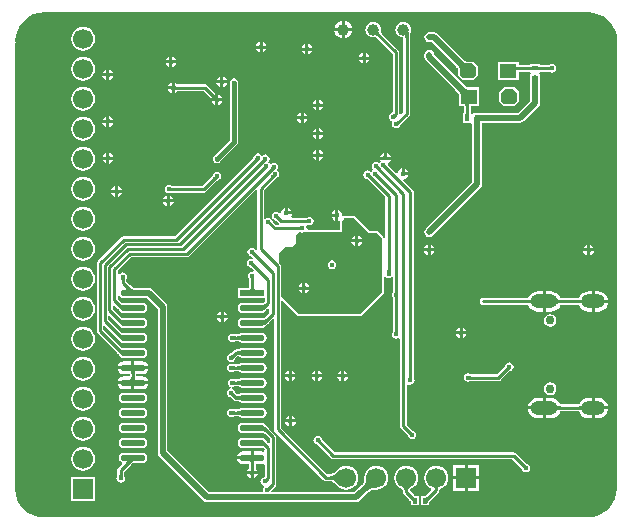
<source format=gbl>
G04*
G04 #@! TF.GenerationSoftware,Altium Limited,Altium Designer,18.1.9 (240)*
G04*
G04 Layer_Physical_Order=2*
G04 Layer_Color=16711680*
%FSLAX25Y25*%
%MOIN*%
G70*
G01*
G75*
%ADD12C,0.02000*%
%ADD15C,0.01000*%
%ADD21R,0.01575X0.01968*%
%ADD39R,0.01968X0.01575*%
G04:AMPARAMS|DCode=47|XSize=55mil|YSize=50mil|CornerRadius=0mil|HoleSize=0mil|Usage=FLASHONLY|Rotation=180.000|XOffset=0mil|YOffset=0mil|HoleType=Round|Shape=Octagon|*
%AMOCTAGOND47*
4,1,8,-0.02750,0.01250,-0.02750,-0.01250,-0.01500,-0.02500,0.01500,-0.02500,0.02750,-0.01250,0.02750,0.01250,0.01500,0.02500,-0.01500,0.02500,-0.02750,0.01250,0.0*
%
%ADD47OCTAGOND47*%

%ADD48R,0.05500X0.05000*%
%ADD92C,0.01500*%
%ADD93R,0.06693X0.06693*%
%ADD94C,0.06693*%
%ADD95O,0.09055X0.04724*%
%ADD96O,0.07874X0.04724*%
%ADD97C,0.02953*%
%ADD98R,0.06693X0.06693*%
%ADD99C,0.01600*%
%ADD100R,0.08268X0.02165*%
%ADD101O,0.08268X0.02165*%
%ADD102C,0.03937*%
G36*
X-87444Y-45149D02*
X-87078Y-45222D01*
X93062Y-45222D01*
X93062Y-45222D01*
X93035Y-45222D01*
X93202Y-45239D01*
X93415Y-45267D01*
X93560Y-45287D01*
X94052Y-45248D01*
X95864Y-45427D01*
X97657Y-45971D01*
X99309Y-46854D01*
X100758Y-48042D01*
X101946Y-49491D01*
X102829Y-51143D01*
X103373Y-52936D01*
X103557Y-54800D01*
X103551Y-54856D01*
X103478Y-55222D01*
X103478Y-202962D01*
X103478Y-202962D01*
X103478Y-202935D01*
X103461Y-203102D01*
X103433Y-203315D01*
X103413Y-203460D01*
X103452Y-203952D01*
X103273Y-205764D01*
X102729Y-207557D01*
X101846Y-209209D01*
X100658Y-210658D01*
X99209Y-211846D01*
X97557Y-212729D01*
X95764Y-213273D01*
X94020Y-213445D01*
X93523Y-213420D01*
X93334Y-213443D01*
X93173Y-213461D01*
X93004Y-213478D01*
X-87107Y-213478D01*
X-87402Y-213537D01*
X-87600Y-213557D01*
X-89464Y-213373D01*
X-91257Y-212829D01*
X-92909Y-211946D01*
X-94358Y-210758D01*
X-95546Y-209309D01*
X-96429Y-207657D01*
X-96973Y-205864D01*
X-97145Y-204120D01*
X-97119Y-203623D01*
X-97143Y-203434D01*
X-97162Y-203273D01*
X-97178Y-203104D01*
X-97179Y-55720D01*
X-97113Y-55622D01*
X-97104Y-55577D01*
X-97013Y-55141D01*
X-97013Y-55140D01*
X-97052Y-54648D01*
X-96873Y-52836D01*
X-96329Y-51043D01*
X-95446Y-49391D01*
X-94258Y-47942D01*
X-92809Y-46754D01*
X-91157Y-45871D01*
X-89364Y-45327D01*
X-87500Y-45143D01*
X-87444Y-45149D01*
D02*
G37*
%LPC*%
G36*
X12706Y-48072D02*
Y-50500D01*
X15134D01*
X15098Y-50225D01*
X14799Y-49503D01*
X14323Y-48883D01*
X13703Y-48407D01*
X12981Y-48108D01*
X12706Y-48072D01*
D02*
G37*
G36*
X11706D02*
X11431Y-48108D01*
X10709Y-48407D01*
X10089Y-48883D01*
X9613Y-49503D01*
X9314Y-50225D01*
X9278Y-50500D01*
X11706D01*
Y-48072D01*
D02*
G37*
G36*
X15134Y-51500D02*
X12706D01*
Y-53928D01*
X12981Y-53892D01*
X13703Y-53593D01*
X14323Y-53117D01*
X14799Y-52497D01*
X15098Y-51775D01*
X15134Y-51500D01*
D02*
G37*
G36*
X11706D02*
X9278D01*
X9314Y-51775D01*
X9613Y-52497D01*
X10089Y-53117D01*
X10709Y-53593D01*
X11431Y-53892D01*
X11706Y-53928D01*
Y-51500D01*
D02*
G37*
G36*
X-14600Y-55064D02*
Y-56300D01*
X-13364D01*
X-13404Y-56098D01*
X-13802Y-55502D01*
X-14398Y-55104D01*
X-14600Y-55064D01*
D02*
G37*
G36*
X-15600D02*
X-15802Y-55104D01*
X-16398Y-55502D01*
X-16796Y-56098D01*
X-16836Y-56300D01*
X-15600D01*
Y-55064D01*
D02*
G37*
G36*
X605Y-55764D02*
Y-57000D01*
X1841D01*
X1801Y-56798D01*
X1403Y-56202D01*
X808Y-55804D01*
X605Y-55764D01*
D02*
G37*
G36*
X-395D02*
X-597Y-55804D01*
X-1192Y-56202D01*
X-1590Y-56798D01*
X-1630Y-57000D01*
X-395D01*
Y-55764D01*
D02*
G37*
G36*
X-74500Y-50020D02*
X-75530Y-50155D01*
X-76490Y-50553D01*
X-77315Y-51185D01*
X-77947Y-52010D01*
X-78345Y-52970D01*
X-78480Y-54000D01*
X-78345Y-55030D01*
X-77947Y-55990D01*
X-77315Y-56815D01*
X-76490Y-57447D01*
X-75530Y-57845D01*
X-74500Y-57981D01*
X-73470Y-57845D01*
X-72510Y-57447D01*
X-71685Y-56815D01*
X-71053Y-55990D01*
X-70655Y-55030D01*
X-70520Y-54000D01*
X-70655Y-52970D01*
X-71053Y-52010D01*
X-71685Y-51185D01*
X-72510Y-50553D01*
X-73470Y-50155D01*
X-74500Y-50020D01*
D02*
G37*
G36*
X-13364Y-57300D02*
X-14600D01*
Y-58536D01*
X-14398Y-58496D01*
X-13802Y-58098D01*
X-13404Y-57502D01*
X-13364Y-57300D01*
D02*
G37*
G36*
X-15600D02*
X-16836D01*
X-16796Y-57502D01*
X-16398Y-58098D01*
X-15802Y-58496D01*
X-15600Y-58536D01*
Y-57300D01*
D02*
G37*
G36*
X1841Y-58000D02*
X605D01*
Y-59236D01*
X808Y-59196D01*
X1403Y-58798D01*
X1801Y-58202D01*
X1841Y-58000D01*
D02*
G37*
G36*
X-395D02*
X-1630D01*
X-1590Y-58202D01*
X-1192Y-58798D01*
X-597Y-59196D01*
X-395Y-59236D01*
Y-58000D01*
D02*
G37*
G36*
X19705Y-58769D02*
Y-60005D01*
X20941D01*
X20901Y-59803D01*
X20503Y-59207D01*
X19907Y-58810D01*
X19705Y-58769D01*
D02*
G37*
G36*
X18705D02*
X18503Y-58810D01*
X17907Y-59207D01*
X17510Y-59803D01*
X17469Y-60005D01*
X18705D01*
Y-58769D01*
D02*
G37*
G36*
X-44700Y-59914D02*
Y-61150D01*
X-43464D01*
X-43504Y-60948D01*
X-43902Y-60352D01*
X-44498Y-59954D01*
X-44700Y-59914D01*
D02*
G37*
G36*
X-45700D02*
X-45902Y-59954D01*
X-46498Y-60352D01*
X-46896Y-60948D01*
X-46936Y-61150D01*
X-45700D01*
Y-59914D01*
D02*
G37*
G36*
X20941Y-61005D02*
X19705D01*
Y-62241D01*
X19907Y-62201D01*
X20503Y-61803D01*
X20901Y-61207D01*
X20941Y-61005D01*
D02*
G37*
G36*
X18705D02*
X17469D01*
X17510Y-61207D01*
X17907Y-61803D01*
X18503Y-62201D01*
X18705Y-62241D01*
Y-61005D01*
D02*
G37*
G36*
X-43464Y-62150D02*
X-44700D01*
Y-63386D01*
X-44498Y-63346D01*
X-43902Y-62948D01*
X-43504Y-62352D01*
X-43464Y-62150D01*
D02*
G37*
G36*
X-45700D02*
X-46936D01*
X-46896Y-62352D01*
X-46498Y-62948D01*
X-45902Y-63346D01*
X-45700Y-63386D01*
Y-62150D01*
D02*
G37*
G36*
X40825Y-57766D02*
X40201Y-57890D01*
X39672Y-58243D01*
X39318Y-58773D01*
X39194Y-59397D01*
Y-60025D01*
X39318Y-60650D01*
X39672Y-61179D01*
X49412Y-70919D01*
X49416Y-70934D01*
X49448Y-70955D01*
X49458Y-70965D01*
X49472Y-71004D01*
X50214Y-71801D01*
X50477Y-72127D01*
X50679Y-72415D01*
X50750Y-72538D01*
Y-73289D01*
X50727Y-73333D01*
X50744Y-73386D01*
X50726Y-73439D01*
X50750Y-73486D01*
Y-76400D01*
X52340D01*
X52345Y-76416D01*
X52360Y-76510D01*
X52371Y-76635D01*
X52376Y-76805D01*
X52403Y-76867D01*
Y-78346D01*
X52376Y-78408D01*
X52365Y-78748D01*
X52359Y-78815D01*
X52138D01*
Y-79337D01*
X52100Y-79427D01*
X52125Y-79487D01*
X52112Y-79549D01*
X52138Y-79589D01*
Y-81984D01*
X54740D01*
X54912Y-81984D01*
X55240Y-82348D01*
Y-101730D01*
X39672Y-117298D01*
X39318Y-117828D01*
X39194Y-118452D01*
X39318Y-119076D01*
X39672Y-119606D01*
X40201Y-119959D01*
X40825Y-120083D01*
X41449Y-119959D01*
X41979Y-119606D01*
X58025Y-103559D01*
X58378Y-103030D01*
X58503Y-102406D01*
Y-82031D01*
X71200D01*
X71825Y-81907D01*
X72354Y-81553D01*
X77354Y-76553D01*
X77707Y-76024D01*
X77831Y-75400D01*
X77831Y-75400D01*
Y-67247D01*
X77784Y-67010D01*
Y-65859D01*
X77373D01*
X77343Y-65842D01*
X77303Y-65721D01*
X77558Y-65287D01*
X77784D01*
Y-65067D01*
X78009Y-65052D01*
X78182Y-65049D01*
X78246Y-65022D01*
X80618D01*
X80681Y-65049D01*
X80910Y-65054D01*
X80998Y-65061D01*
X81009Y-65063D01*
X81015Y-65064D01*
X81017Y-65064D01*
X81024Y-65065D01*
X81254Y-65219D01*
X81800Y-65327D01*
X82346Y-65219D01*
X82809Y-64909D01*
X83119Y-64446D01*
X83227Y-63900D01*
X83119Y-63354D01*
X82809Y-62891D01*
X82346Y-62581D01*
X81800Y-62473D01*
X81254Y-62581D01*
X81026Y-62733D01*
X80764Y-62750D01*
X80691Y-62751D01*
X80625Y-62778D01*
X78253D01*
X78192Y-62751D01*
X77852Y-62740D01*
X77784Y-62734D01*
Y-62513D01*
X77263D01*
X77172Y-62475D01*
X77113Y-62500D01*
X77050Y-62487D01*
X77011Y-62513D01*
X75389D01*
X75350Y-62487D01*
X75287Y-62500D01*
X75228Y-62475D01*
X75137Y-62513D01*
X74616D01*
Y-62733D01*
X74391Y-62748D01*
X74218Y-62751D01*
X74154Y-62778D01*
X71117D01*
X71055Y-62751D01*
X70882Y-62746D01*
X70755Y-62735D01*
X70658Y-62719D01*
X70650Y-62717D01*
Y-61700D01*
X63950D01*
Y-67900D01*
X70650D01*
Y-65083D01*
X70658Y-65081D01*
X70755Y-65065D01*
X70882Y-65054D01*
X71055Y-65049D01*
X71117Y-65022D01*
X74147D01*
X74208Y-65049D01*
X74548Y-65060D01*
X74616Y-65066D01*
Y-65287D01*
X74841D01*
X75097Y-65721D01*
X75057Y-65842D01*
X75027Y-65859D01*
X74616D01*
Y-67010D01*
X74569Y-67247D01*
Y-74724D01*
X70525Y-78768D01*
X56871D01*
X56634Y-78815D01*
X55484D01*
Y-79226D01*
X55467Y-79256D01*
X55346Y-79296D01*
X54912Y-79041D01*
Y-78815D01*
X54692D01*
X54677Y-78590D01*
X54674Y-78418D01*
X54646Y-78354D01*
Y-76867D01*
X54674Y-76805D01*
X54679Y-76635D01*
X54690Y-76510D01*
X54705Y-76416D01*
X54710Y-76400D01*
X57450D01*
Y-70200D01*
X54604D01*
X54594Y-70193D01*
X54549Y-70200D01*
X54542D01*
X54498Y-70177D01*
X54425Y-70200D01*
X53634D01*
X53403Y-70068D01*
X53130Y-69878D01*
X52447Y-69301D01*
X52063Y-68930D01*
X52021Y-68914D01*
X42445Y-59338D01*
X42332Y-58773D01*
X41979Y-58243D01*
X41449Y-57890D01*
X40825Y-57766D01*
D02*
G37*
G36*
X-65800Y-64364D02*
Y-65600D01*
X-64564D01*
X-64604Y-65398D01*
X-65002Y-64802D01*
X-65598Y-64404D01*
X-65800Y-64364D01*
D02*
G37*
G36*
X-66800D02*
X-67002Y-64404D01*
X-67598Y-64802D01*
X-67996Y-65398D01*
X-68036Y-65600D01*
X-66800D01*
Y-64364D01*
D02*
G37*
G36*
X-27800Y-66565D02*
Y-67800D01*
X-26564D01*
X-26605Y-67598D01*
X-27003Y-67003D01*
X-27598Y-66605D01*
X-27800Y-66565D01*
D02*
G37*
G36*
X-28800D02*
X-29003Y-66605D01*
X-29598Y-67003D01*
X-29996Y-67598D01*
X-30036Y-67800D01*
X-28800D01*
Y-66565D01*
D02*
G37*
G36*
X-64564Y-66600D02*
X-65800D01*
Y-67836D01*
X-65598Y-67796D01*
X-65002Y-67398D01*
X-64604Y-66802D01*
X-64564Y-66600D01*
D02*
G37*
G36*
X-66800D02*
X-68036D01*
X-67996Y-66802D01*
X-67598Y-67398D01*
X-67002Y-67796D01*
X-66800Y-67836D01*
Y-66600D01*
D02*
G37*
G36*
X42491Y-51860D02*
X40825D01*
X40201Y-51984D01*
X39672Y-52338D01*
X39318Y-52867D01*
X39194Y-53491D01*
X39318Y-54116D01*
X39672Y-54645D01*
X40201Y-54998D01*
X40825Y-55123D01*
X41816D01*
X49161Y-62468D01*
X49166Y-62489D01*
X49199Y-62508D01*
X49212Y-62544D01*
X49939Y-63326D01*
X50195Y-63645D01*
X50392Y-63927D01*
X50450Y-64029D01*
Y-64789D01*
X50427Y-64833D01*
X50444Y-64885D01*
X50426Y-64938D01*
X50450Y-64985D01*
Y-66350D01*
X52000Y-67900D01*
X55600D01*
X57150Y-66350D01*
Y-63250D01*
X55600Y-61700D01*
X54304D01*
X54294Y-61693D01*
X54249Y-61700D01*
X54242D01*
X54198Y-61677D01*
X54125Y-61700D01*
X53334D01*
X53103Y-61568D01*
X52830Y-61378D01*
X52148Y-60802D01*
X51763Y-60430D01*
X51721Y-60414D01*
X43645Y-52338D01*
X43116Y-51984D01*
X42491Y-51860D01*
D02*
G37*
G36*
X-74500Y-60019D02*
X-75530Y-60155D01*
X-76490Y-60553D01*
X-77315Y-61185D01*
X-77947Y-62010D01*
X-78345Y-62970D01*
X-78480Y-64000D01*
X-78345Y-65030D01*
X-77947Y-65990D01*
X-77315Y-66815D01*
X-76490Y-67447D01*
X-75530Y-67845D01*
X-74500Y-67980D01*
X-73470Y-67845D01*
X-72510Y-67447D01*
X-71685Y-66815D01*
X-71053Y-65990D01*
X-70655Y-65030D01*
X-70520Y-64000D01*
X-70655Y-62970D01*
X-71053Y-62010D01*
X-71685Y-61185D01*
X-72510Y-60553D01*
X-73470Y-60155D01*
X-74500Y-60019D01*
D02*
G37*
G36*
X-45000Y-68564D02*
X-45202Y-68604D01*
X-45798Y-69002D01*
X-46196Y-69598D01*
X-46236Y-69800D01*
X-45000D01*
Y-68564D01*
D02*
G37*
G36*
X-26564Y-68800D02*
X-27800D01*
Y-70036D01*
X-27598Y-69996D01*
X-27003Y-69598D01*
X-26605Y-69003D01*
X-26564Y-68800D01*
D02*
G37*
G36*
X-28800D02*
X-30036D01*
X-29996Y-69003D01*
X-29598Y-69598D01*
X-29003Y-69996D01*
X-28800Y-70036D01*
Y-68800D01*
D02*
G37*
G36*
X-45000Y-70800D02*
X-46236D01*
X-46196Y-71002D01*
X-45798Y-71598D01*
X-45202Y-71996D01*
X-45000Y-72036D01*
Y-70800D01*
D02*
G37*
G36*
X-29400Y-72564D02*
Y-73800D01*
X-28164D01*
X-28204Y-73598D01*
X-28602Y-73002D01*
X-29198Y-72604D01*
X-29400Y-72564D01*
D02*
G37*
G36*
X-44000Y-68564D02*
Y-70300D01*
Y-72036D01*
X-43798Y-71996D01*
X-43202Y-71598D01*
X-43085Y-71422D01*
X-34365D01*
X-31986Y-73800D01*
X-30962D01*
X-30400Y-73238D01*
Y-72214D01*
X-33107Y-69507D01*
X-33471Y-69264D01*
X-33900Y-69178D01*
X-33900Y-69178D01*
X-43085D01*
X-43202Y-69002D01*
X-43798Y-68604D01*
X-44000Y-68564D01*
D02*
G37*
G36*
X4300Y-74464D02*
Y-75700D01*
X5536D01*
X5496Y-75498D01*
X5098Y-74902D01*
X4502Y-74504D01*
X4300Y-74464D01*
D02*
G37*
G36*
X3300D02*
X3098Y-74504D01*
X2502Y-74902D01*
X2104Y-75498D01*
X2064Y-75700D01*
X3300D01*
Y-74464D01*
D02*
G37*
G36*
X-28164Y-74800D02*
X-29400D01*
Y-76036D01*
X-29198Y-75996D01*
X-28602Y-75598D01*
X-28204Y-75002D01*
X-28164Y-74800D01*
D02*
G37*
G36*
X-30400D02*
X-31636D01*
X-31596Y-75002D01*
X-31198Y-75598D01*
X-30602Y-75996D01*
X-30400Y-76036D01*
Y-74800D01*
D02*
G37*
G36*
X69400Y-70200D02*
X65800D01*
X64250Y-71750D01*
Y-74850D01*
X65800Y-76400D01*
X69400D01*
X70950Y-74850D01*
Y-71750D01*
X69400Y-70200D01*
D02*
G37*
G36*
X5536Y-76700D02*
X4300D01*
Y-77936D01*
X4502Y-77896D01*
X5098Y-77498D01*
X5496Y-76902D01*
X5536Y-76700D01*
D02*
G37*
G36*
X3300D02*
X2064D01*
X2104Y-76902D01*
X2502Y-77498D01*
X3098Y-77896D01*
X3300Y-77936D01*
Y-76700D01*
D02*
G37*
G36*
X-74500Y-70020D02*
X-75530Y-70155D01*
X-76490Y-70553D01*
X-77315Y-71185D01*
X-77947Y-72010D01*
X-78345Y-72970D01*
X-78480Y-74000D01*
X-78345Y-75030D01*
X-77947Y-75990D01*
X-77315Y-76815D01*
X-76490Y-77447D01*
X-75530Y-77845D01*
X-74500Y-77981D01*
X-73470Y-77845D01*
X-72510Y-77447D01*
X-71685Y-76815D01*
X-71053Y-75990D01*
X-70655Y-75030D01*
X-70520Y-74000D01*
X-70655Y-72970D01*
X-71053Y-72010D01*
X-71685Y-71185D01*
X-72510Y-70553D01*
X-73470Y-70155D01*
X-74500Y-70020D01*
D02*
G37*
G36*
X32206Y-48409D02*
X31536Y-48498D01*
X30911Y-48756D01*
X30374Y-49168D01*
X29963Y-49705D01*
X29704Y-50330D01*
X29616Y-51000D01*
X29704Y-51670D01*
X29963Y-52295D01*
X30374Y-52832D01*
X30911Y-53244D01*
X31536Y-53502D01*
X32206Y-53591D01*
X32278Y-54085D01*
Y-78535D01*
X31336Y-79478D01*
X30876Y-79231D01*
X30922Y-79000D01*
Y-58594D01*
X30922Y-58594D01*
X30836Y-58165D01*
X30593Y-57801D01*
X30593Y-57801D01*
X25109Y-52317D01*
X25085Y-52254D01*
X24978Y-52140D01*
X24901Y-52047D01*
X24840Y-51963D01*
X24796Y-51889D01*
X24766Y-51827D01*
X24748Y-51776D01*
X24739Y-51736D01*
X24737Y-51706D01*
X24738Y-51680D01*
X24751Y-51611D01*
X24738Y-51550D01*
X24762Y-51492D01*
X24739Y-51438D01*
X24797Y-51000D01*
X24709Y-50330D01*
X24450Y-49705D01*
X24038Y-49168D01*
X23502Y-48756D01*
X22877Y-48498D01*
X22206Y-48409D01*
X21536Y-48498D01*
X20911Y-48756D01*
X20374Y-49168D01*
X19963Y-49705D01*
X19704Y-50330D01*
X19616Y-51000D01*
X19704Y-51670D01*
X19963Y-52295D01*
X20374Y-52832D01*
X20911Y-53244D01*
X21536Y-53502D01*
X22206Y-53591D01*
X22644Y-53533D01*
X22698Y-53556D01*
X22756Y-53532D01*
X22817Y-53544D01*
X22886Y-53532D01*
X22912Y-53531D01*
X22942Y-53533D01*
X22982Y-53542D01*
X23033Y-53560D01*
X23096Y-53590D01*
X23169Y-53634D01*
X23254Y-53694D01*
X23346Y-53772D01*
X23460Y-53879D01*
X23523Y-53903D01*
X28678Y-59058D01*
Y-78492D01*
X28613Y-78555D01*
X28546Y-78612D01*
X28537Y-78619D01*
X28532Y-78622D01*
X28530Y-78623D01*
X28525Y-78627D01*
X28254Y-78681D01*
X27791Y-78991D01*
X27481Y-79454D01*
X27373Y-80000D01*
X27481Y-80546D01*
X27791Y-81009D01*
X28254Y-81319D01*
X28387Y-81345D01*
X28617Y-81901D01*
X28581Y-81954D01*
X28473Y-82500D01*
X28581Y-83046D01*
X28891Y-83509D01*
X29354Y-83819D01*
X29900Y-83927D01*
X30446Y-83819D01*
X30909Y-83509D01*
X31219Y-83046D01*
X31272Y-82778D01*
X31446Y-82580D01*
X31497Y-82529D01*
X31524Y-82462D01*
X34193Y-79793D01*
X34193Y-79793D01*
X34436Y-79429D01*
X34522Y-79000D01*
X34522Y-79000D01*
Y-53637D01*
X34549Y-53571D01*
X34554Y-53027D01*
X34580Y-52402D01*
X34608Y-52122D01*
X34621Y-52038D01*
X34632Y-51989D01*
X34647Y-51943D01*
X34642Y-51882D01*
X34673Y-51828D01*
X34661Y-51784D01*
X34709Y-51670D01*
X34797Y-51000D01*
X34709Y-50330D01*
X34450Y-49705D01*
X34038Y-49168D01*
X33501Y-48756D01*
X32877Y-48498D01*
X32206Y-48409D01*
D02*
G37*
G36*
X-976Y-78564D02*
Y-79800D01*
X260D01*
X220Y-79598D01*
X-178Y-79002D01*
X-773Y-78604D01*
X-976Y-78564D01*
D02*
G37*
G36*
X-1976D02*
X-2178Y-78604D01*
X-2774Y-79002D01*
X-3171Y-79598D01*
X-3212Y-79800D01*
X-1976D01*
Y-78564D01*
D02*
G37*
G36*
X-65800Y-79864D02*
Y-81100D01*
X-64564D01*
X-64604Y-80898D01*
X-65002Y-80302D01*
X-65598Y-79904D01*
X-65800Y-79864D01*
D02*
G37*
G36*
X-66800D02*
X-67002Y-79904D01*
X-67598Y-80302D01*
X-67996Y-80898D01*
X-68036Y-81100D01*
X-66800D01*
Y-79864D01*
D02*
G37*
G36*
X260Y-80800D02*
X-976D01*
Y-82036D01*
X-773Y-81996D01*
X-178Y-81598D01*
X220Y-81002D01*
X260Y-80800D01*
D02*
G37*
G36*
X-1976D02*
X-3212D01*
X-3171Y-81002D01*
X-2774Y-81598D01*
X-2178Y-81996D01*
X-1976Y-82036D01*
Y-80800D01*
D02*
G37*
G36*
X-64564Y-82100D02*
X-65800D01*
Y-83336D01*
X-65598Y-83296D01*
X-65002Y-82898D01*
X-64604Y-82302D01*
X-64564Y-82100D01*
D02*
G37*
G36*
X-66800D02*
X-68036D01*
X-67996Y-82302D01*
X-67598Y-82898D01*
X-67002Y-83296D01*
X-66800Y-83336D01*
Y-82100D01*
D02*
G37*
G36*
X4300Y-83840D02*
Y-85076D01*
X5536D01*
X5496Y-84873D01*
X5098Y-84278D01*
X4502Y-83880D01*
X4300Y-83840D01*
D02*
G37*
G36*
X3300D02*
X3098Y-83880D01*
X2502Y-84278D01*
X2104Y-84873D01*
X2064Y-85076D01*
X3300D01*
Y-83840D01*
D02*
G37*
G36*
X5536Y-86076D02*
X4300D01*
Y-87312D01*
X4502Y-87271D01*
X5098Y-86874D01*
X5496Y-86278D01*
X5536Y-86076D01*
D02*
G37*
G36*
X3300D02*
X2064D01*
X2104Y-86278D01*
X2502Y-86874D01*
X3098Y-87271D01*
X3300Y-87312D01*
Y-86076D01*
D02*
G37*
G36*
X-74500Y-80019D02*
X-75530Y-80155D01*
X-76490Y-80553D01*
X-77315Y-81185D01*
X-77947Y-82010D01*
X-78345Y-82970D01*
X-78480Y-84000D01*
X-78345Y-85030D01*
X-77947Y-85990D01*
X-77315Y-86815D01*
X-76490Y-87447D01*
X-75530Y-87845D01*
X-74500Y-87981D01*
X-73470Y-87845D01*
X-72510Y-87447D01*
X-71685Y-86815D01*
X-71053Y-85990D01*
X-70655Y-85030D01*
X-70520Y-84000D01*
X-70655Y-82970D01*
X-71053Y-82010D01*
X-71685Y-81185D01*
X-72510Y-80553D01*
X-73470Y-80155D01*
X-74500Y-80019D01*
D02*
G37*
G36*
X4300Y-91164D02*
Y-92400D01*
X5536D01*
X5496Y-92198D01*
X5098Y-91602D01*
X4502Y-91204D01*
X4300Y-91164D01*
D02*
G37*
G36*
X3300D02*
X3098Y-91204D01*
X2502Y-91602D01*
X2104Y-92198D01*
X2064Y-92400D01*
X3300D01*
Y-91164D01*
D02*
G37*
G36*
X26800Y-92064D02*
Y-93300D01*
X28036D01*
X27996Y-93098D01*
X27598Y-92502D01*
X27002Y-92104D01*
X26800Y-92064D01*
D02*
G37*
G36*
X25800D02*
X25598Y-92104D01*
X25002Y-92502D01*
X24604Y-93098D01*
X24564Y-93300D01*
X25800D01*
Y-92064D01*
D02*
G37*
G36*
X-65700Y-92164D02*
Y-93400D01*
X-64464D01*
X-64504Y-93198D01*
X-64902Y-92602D01*
X-65498Y-92204D01*
X-65700Y-92164D01*
D02*
G37*
G36*
X-66700D02*
X-66902Y-92204D01*
X-67498Y-92602D01*
X-67896Y-93198D01*
X-67936Y-93400D01*
X-66700D01*
Y-92164D01*
D02*
G37*
G36*
X5536Y-93400D02*
X4300D01*
Y-94636D01*
X4502Y-94596D01*
X5098Y-94198D01*
X5496Y-93602D01*
X5536Y-93400D01*
D02*
G37*
G36*
X3300D02*
X2064D01*
X2104Y-93602D01*
X2502Y-94198D01*
X3098Y-94596D01*
X3300Y-94636D01*
Y-93400D01*
D02*
G37*
G36*
X-24208Y-67264D02*
X-24755Y-67373D01*
X-25218Y-67682D01*
X-25527Y-68146D01*
X-25636Y-68692D01*
X-25585Y-68948D01*
Y-87731D01*
X-30692Y-92838D01*
X-30909Y-92984D01*
X-31219Y-93447D01*
X-31327Y-93993D01*
X-31219Y-94539D01*
X-30909Y-95002D01*
X-30446Y-95312D01*
X-29900Y-95420D01*
X-29354Y-95312D01*
X-28891Y-95002D01*
X-28745Y-94785D01*
X-23235Y-89275D01*
X-22937Y-88828D01*
X-22832Y-88301D01*
Y-68948D01*
X-22781Y-68692D01*
X-22889Y-68146D01*
X-23199Y-67682D01*
X-23662Y-67373D01*
X-24208Y-67264D01*
D02*
G37*
G36*
X-64464Y-94400D02*
X-65700D01*
Y-95636D01*
X-65498Y-95596D01*
X-64902Y-95198D01*
X-64504Y-94602D01*
X-64464Y-94400D01*
D02*
G37*
G36*
X-66700D02*
X-67936D01*
X-67896Y-94602D01*
X-67498Y-95198D01*
X-66902Y-95596D01*
X-66700Y-95636D01*
Y-94400D01*
D02*
G37*
G36*
X-74500Y-90020D02*
X-75530Y-90155D01*
X-76490Y-90553D01*
X-77315Y-91185D01*
X-77947Y-92010D01*
X-78345Y-92970D01*
X-78480Y-94000D01*
X-78345Y-95030D01*
X-77947Y-95990D01*
X-77315Y-96815D01*
X-76490Y-97447D01*
X-75530Y-97845D01*
X-74500Y-97980D01*
X-73470Y-97845D01*
X-72510Y-97447D01*
X-71685Y-96815D01*
X-71053Y-95990D01*
X-70655Y-95030D01*
X-70520Y-94000D01*
X-70655Y-92970D01*
X-71053Y-92010D01*
X-71685Y-91185D01*
X-72510Y-90553D01*
X-73470Y-90155D01*
X-74500Y-90020D01*
D02*
G37*
G36*
X32653Y-97211D02*
Y-98447D01*
X33889D01*
X33848Y-98245D01*
X33450Y-97650D01*
X32855Y-97252D01*
X32653Y-97211D01*
D02*
G37*
G36*
X-30000Y-98473D02*
X-30546Y-98581D01*
X-31009Y-98891D01*
X-31319Y-99354D01*
X-31372Y-99622D01*
X-31546Y-99820D01*
X-31597Y-99871D01*
X-31624Y-99938D01*
X-34725Y-103039D01*
X-44664D01*
X-44727Y-103011D01*
X-44956Y-103006D01*
X-45043Y-103000D01*
X-45055Y-102998D01*
X-45061Y-102996D01*
X-45063Y-102997D01*
X-45070Y-102995D01*
X-45299Y-102842D01*
X-45845Y-102733D01*
X-46392Y-102842D01*
X-46855Y-103151D01*
X-47164Y-103614D01*
X-47273Y-104161D01*
X-47164Y-104707D01*
X-46855Y-105170D01*
X-46392Y-105479D01*
X-45845Y-105588D01*
X-45299Y-105479D01*
X-45072Y-105327D01*
X-44809Y-105310D01*
X-44737Y-105310D01*
X-44671Y-105282D01*
X-34261D01*
X-34261Y-105282D01*
X-33831Y-105197D01*
X-33468Y-104954D01*
X-30042Y-101529D01*
X-29978Y-101504D01*
X-29813Y-101345D01*
X-29746Y-101288D01*
X-29737Y-101281D01*
X-29732Y-101278D01*
X-29730Y-101277D01*
X-29724Y-101273D01*
X-29454Y-101219D01*
X-28991Y-100909D01*
X-28681Y-100446D01*
X-28573Y-99900D01*
X-28681Y-99354D01*
X-28991Y-98891D01*
X-29454Y-98581D01*
X-30000Y-98473D01*
D02*
G37*
G36*
X-62854Y-103210D02*
Y-104446D01*
X-61618D01*
X-61659Y-104244D01*
X-62056Y-103648D01*
X-62652Y-103250D01*
X-62854Y-103210D01*
D02*
G37*
G36*
X-63854D02*
X-64056Y-103250D01*
X-64652Y-103648D01*
X-65050Y-104244D01*
X-65090Y-104446D01*
X-63854D01*
Y-103210D01*
D02*
G37*
G36*
X-61618Y-105446D02*
X-62854D01*
Y-106682D01*
X-62652Y-106641D01*
X-62056Y-106244D01*
X-61659Y-105648D01*
X-61618Y-105446D01*
D02*
G37*
G36*
X-63854D02*
X-65090D01*
X-65050Y-105648D01*
X-64652Y-106244D01*
X-64056Y-106641D01*
X-63854Y-106682D01*
Y-105446D01*
D02*
G37*
G36*
X-45600Y-106364D02*
Y-107600D01*
X-44364D01*
X-44404Y-107398D01*
X-44802Y-106802D01*
X-45398Y-106404D01*
X-45600Y-106364D01*
D02*
G37*
G36*
X-46600D02*
X-46802Y-106404D01*
X-47398Y-106802D01*
X-47796Y-107398D01*
X-47836Y-107600D01*
X-46600D01*
Y-106364D01*
D02*
G37*
G36*
X-74500Y-100020D02*
X-75530Y-100155D01*
X-76490Y-100553D01*
X-77315Y-101185D01*
X-77947Y-102010D01*
X-78345Y-102970D01*
X-78480Y-104000D01*
X-78345Y-105030D01*
X-77947Y-105990D01*
X-77315Y-106815D01*
X-76490Y-107447D01*
X-75530Y-107845D01*
X-74500Y-107981D01*
X-73470Y-107845D01*
X-72510Y-107447D01*
X-71685Y-106815D01*
X-71053Y-105990D01*
X-70655Y-105030D01*
X-70520Y-104000D01*
X-70655Y-102970D01*
X-71053Y-102010D01*
X-71685Y-101185D01*
X-72510Y-100553D01*
X-73470Y-100155D01*
X-74500Y-100020D01*
D02*
G37*
G36*
X-44364Y-108600D02*
X-45600D01*
Y-109836D01*
X-45398Y-109796D01*
X-44802Y-109398D01*
X-44404Y-108802D01*
X-44364Y-108600D01*
D02*
G37*
G36*
X-46600D02*
X-47836D01*
X-47796Y-108802D01*
X-47398Y-109398D01*
X-46802Y-109796D01*
X-46600Y-109836D01*
Y-108600D01*
D02*
G37*
G36*
X-6200Y-110364D02*
Y-111600D01*
X-4964D01*
X-5004Y-111398D01*
X-5402Y-110802D01*
X-5998Y-110404D01*
X-6200Y-110364D01*
D02*
G37*
G36*
X9500Y-111164D02*
X9298Y-111204D01*
X8702Y-111602D01*
X8304Y-112198D01*
X8264Y-112400D01*
X9500D01*
Y-111164D01*
D02*
G37*
G36*
Y-113400D02*
X8264D01*
X8304Y-113602D01*
X8702Y-114198D01*
X9298Y-114596D01*
X9500Y-114636D01*
Y-113400D01*
D02*
G37*
G36*
X-74500Y-110020D02*
X-75530Y-110155D01*
X-76490Y-110553D01*
X-77315Y-111185D01*
X-77947Y-112010D01*
X-78345Y-112970D01*
X-78480Y-114000D01*
X-78345Y-115030D01*
X-77947Y-115990D01*
X-77315Y-116815D01*
X-76490Y-117447D01*
X-75530Y-117845D01*
X-74500Y-117981D01*
X-73470Y-117845D01*
X-72510Y-117447D01*
X-71685Y-116815D01*
X-71053Y-115990D01*
X-70655Y-115030D01*
X-70520Y-114000D01*
X-70655Y-112970D01*
X-71053Y-112010D01*
X-71685Y-111185D01*
X-72510Y-110553D01*
X-73470Y-110155D01*
X-74500Y-110020D01*
D02*
G37*
G36*
X94475Y-122622D02*
Y-123857D01*
X95711D01*
X95670Y-123655D01*
X95272Y-123060D01*
X94677Y-122662D01*
X94475Y-122622D01*
D02*
G37*
G36*
X93475D02*
X93273Y-122662D01*
X92677Y-123060D01*
X92279Y-123655D01*
X92239Y-123857D01*
X93475D01*
Y-122622D01*
D02*
G37*
G36*
X41325D02*
Y-123857D01*
X42561D01*
X42521Y-123655D01*
X42123Y-123060D01*
X41528Y-122662D01*
X41325Y-122622D01*
D02*
G37*
G36*
X40325D02*
X40123Y-122662D01*
X39527Y-123060D01*
X39130Y-123655D01*
X39089Y-123857D01*
X40325D01*
Y-122622D01*
D02*
G37*
G36*
X-16200Y-92245D02*
X-16746Y-92354D01*
X-17209Y-92663D01*
X-17519Y-93126D01*
X-17572Y-93395D01*
X-17746Y-93592D01*
X-17797Y-93644D01*
X-17824Y-93710D01*
X-43992Y-119878D01*
X-61000D01*
X-61000Y-119878D01*
X-61429Y-119964D01*
X-61793Y-120207D01*
X-61793Y-120207D01*
X-69693Y-128107D01*
X-69936Y-128471D01*
X-70022Y-128900D01*
X-70022Y-128900D01*
Y-151300D01*
X-70022Y-151300D01*
X-69936Y-151729D01*
X-69693Y-152093D01*
X-63186Y-158600D01*
X-63161Y-158664D01*
X-62814Y-159029D01*
X-62653Y-159218D01*
X-62535Y-159375D01*
X-62502Y-159426D01*
X-62480Y-159466D01*
X-62456Y-159516D01*
X-62342Y-159620D01*
X-62146Y-159913D01*
X-61590Y-160285D01*
X-60933Y-160416D01*
X-54831D01*
X-54174Y-160285D01*
X-53618Y-159913D01*
X-53246Y-159356D01*
X-53115Y-158700D01*
X-53246Y-158044D01*
X-53618Y-157487D01*
X-54174Y-157115D01*
X-54831Y-156984D01*
X-60933D01*
X-61203Y-157038D01*
X-61277Y-157025D01*
X-61315Y-157051D01*
X-61361Y-157050D01*
X-61389Y-157075D01*
X-61438Y-157085D01*
X-61705Y-156863D01*
X-61874Y-156701D01*
X-61939Y-156675D01*
X-67778Y-150835D01*
Y-149815D01*
X-67317Y-149624D01*
X-63514Y-153427D01*
X-63487Y-153493D01*
X-62643Y-154349D01*
X-62413Y-154595D01*
X-62385Y-154629D01*
X-62310Y-154668D01*
X-62146Y-154913D01*
X-61590Y-155285D01*
X-60933Y-155416D01*
X-54831D01*
X-54174Y-155285D01*
X-53618Y-154913D01*
X-53246Y-154357D01*
X-53115Y-153700D01*
X-53246Y-153043D01*
X-53618Y-152487D01*
X-54174Y-152115D01*
X-54831Y-151984D01*
X-60933D01*
X-61375Y-152072D01*
X-61440Y-152065D01*
X-61473Y-152092D01*
X-61476Y-152092D01*
X-61517Y-152093D01*
X-61526Y-152102D01*
X-61572Y-152111D01*
X-61794Y-151928D01*
X-61960Y-151769D01*
X-61995Y-151755D01*
X-62014Y-151722D01*
X-62057Y-151711D01*
X-66178Y-147590D01*
Y-146361D01*
X-65716Y-146170D01*
X-63499Y-148387D01*
X-63473Y-148452D01*
X-62787Y-149155D01*
X-62495Y-149478D01*
X-62453Y-149529D01*
X-62441Y-149546D01*
X-62435Y-149557D01*
X-62431Y-149560D01*
X-62420Y-149576D01*
X-62379Y-149601D01*
X-62328Y-149642D01*
X-62146Y-149913D01*
X-61590Y-150285D01*
X-60933Y-150416D01*
X-54831D01*
X-54174Y-150285D01*
X-53618Y-149913D01*
X-53246Y-149356D01*
X-53115Y-148700D01*
X-53246Y-148044D01*
X-53618Y-147487D01*
X-54174Y-147115D01*
X-54831Y-146984D01*
X-60933D01*
X-61300Y-147057D01*
X-61389Y-147046D01*
X-61424Y-147073D01*
X-61468Y-147073D01*
X-61491Y-147095D01*
X-61524Y-147102D01*
X-61765Y-146904D01*
X-61931Y-146744D01*
X-61961Y-146732D01*
X-61976Y-146704D01*
X-62023Y-146690D01*
X-64578Y-144135D01*
Y-142898D01*
X-64117Y-142707D01*
X-63178Y-143645D01*
X-63153Y-143709D01*
X-62796Y-144081D01*
X-62631Y-144269D01*
X-62515Y-144417D01*
X-62486Y-144460D01*
X-62470Y-144487D01*
X-62453Y-144522D01*
X-62340Y-144623D01*
X-62146Y-144913D01*
X-61590Y-145285D01*
X-60933Y-145416D01*
X-54831D01*
X-54174Y-145285D01*
X-53618Y-144913D01*
X-53246Y-144357D01*
X-53115Y-143700D01*
X-53246Y-143043D01*
X-53618Y-142487D01*
X-54174Y-142115D01*
X-54831Y-141984D01*
X-60933D01*
X-61238Y-142045D01*
X-61322Y-142032D01*
X-61358Y-142059D01*
X-61404Y-142058D01*
X-61431Y-142083D01*
X-61470Y-142091D01*
X-61728Y-141878D01*
X-61895Y-141717D01*
X-61960Y-141691D01*
X-62978Y-140673D01*
Y-139797D01*
X-62879Y-139716D01*
X-62212Y-139815D01*
X-62146Y-139913D01*
X-61590Y-140285D01*
X-60933Y-140416D01*
X-54831D01*
X-54407Y-140331D01*
X-53276D01*
X-49631Y-143976D01*
Y-166400D01*
Y-192000D01*
X-49507Y-192624D01*
X-49154Y-193154D01*
X-34253Y-208053D01*
X-33724Y-208407D01*
X-33100Y-208531D01*
X16600D01*
X17224Y-208407D01*
X17753Y-208053D01*
X20628Y-205178D01*
X20667Y-205165D01*
X20865Y-204984D01*
X21054Y-204840D01*
X21257Y-204714D01*
X21475Y-204603D01*
X21709Y-204509D01*
X21961Y-204432D01*
X22232Y-204371D01*
X22522Y-204327D01*
X22831Y-204302D01*
X23179Y-204296D01*
X23219Y-204278D01*
X24230Y-204145D01*
X25190Y-203747D01*
X26015Y-203115D01*
X26647Y-202290D01*
X27045Y-201330D01*
X27180Y-200300D01*
X27045Y-199270D01*
X26647Y-198310D01*
X26015Y-197485D01*
X25190Y-196853D01*
X24230Y-196455D01*
X23200Y-196319D01*
X22170Y-196455D01*
X21210Y-196853D01*
X20385Y-197485D01*
X19753Y-198310D01*
X19355Y-199270D01*
X19222Y-200281D01*
X19204Y-200321D01*
X19198Y-200669D01*
X19173Y-200978D01*
X19129Y-201268D01*
X19069Y-201538D01*
X18991Y-201791D01*
X18897Y-202025D01*
X18786Y-202243D01*
X18660Y-202446D01*
X18516Y-202635D01*
X18336Y-202833D01*
X18322Y-202871D01*
X15924Y-205269D01*
X-11372D01*
X-11716Y-204791D01*
X-11718Y-204769D01*
X-11552Y-204580D01*
X-11501Y-204529D01*
X-11474Y-204462D01*
X-10407Y-203395D01*
X-10407Y-203395D01*
X-10164Y-203031D01*
X-10078Y-202602D01*
X-10078Y-202602D01*
Y-186800D01*
X-10164Y-186371D01*
X-10407Y-186007D01*
X-10407Y-186007D01*
X-12476Y-183938D01*
X-12503Y-183871D01*
X-13672Y-182701D01*
X-13725Y-182679D01*
X-13854Y-182487D01*
X-14410Y-182115D01*
X-15067Y-181984D01*
X-21169D01*
X-21826Y-182115D01*
X-22382Y-182487D01*
X-22754Y-183044D01*
X-22885Y-183700D01*
X-22754Y-184356D01*
X-22382Y-184913D01*
X-21826Y-185285D01*
X-21169Y-185416D01*
X-15067D01*
X-14558Y-185314D01*
X-14517Y-185318D01*
X-14498Y-185302D01*
X-14410Y-185285D01*
X-14394Y-185274D01*
X-14185Y-185447D01*
X-14020Y-185605D01*
X-13982Y-185620D01*
X-13961Y-185656D01*
X-13920Y-185666D01*
X-12322Y-187265D01*
Y-188739D01*
X-12339Y-188746D01*
X-12829Y-188845D01*
X-12941Y-188731D01*
X-13135Y-188515D01*
X-13296Y-188312D01*
X-13353Y-188231D01*
X-13464Y-188050D01*
X-13500Y-187981D01*
X-13539Y-187894D01*
X-13654Y-187786D01*
X-13854Y-187487D01*
X-14410Y-187115D01*
X-15067Y-186984D01*
X-21169D01*
X-21826Y-187115D01*
X-22382Y-187487D01*
X-22754Y-188043D01*
X-22885Y-188700D01*
X-22754Y-189357D01*
X-22382Y-189913D01*
X-21826Y-190285D01*
X-21169Y-190416D01*
X-15067D01*
X-14893Y-190381D01*
X-14841Y-190393D01*
X-14801Y-190367D01*
X-14753Y-190371D01*
X-14726Y-190348D01*
X-14650Y-190333D01*
X-14643Y-190337D01*
X-14355Y-190577D01*
X-14183Y-190743D01*
X-14118Y-190768D01*
X-14009Y-190877D01*
X-14035Y-191368D01*
X-14506Y-191688D01*
X-15067Y-191577D01*
X-17618D01*
Y-193700D01*
X-18118D01*
Y-194200D01*
X-23193D01*
X-23131Y-194513D01*
X-22671Y-195202D01*
X-21982Y-195662D01*
X-21169Y-195824D01*
X-19255D01*
X-19240Y-195859D01*
Y-197297D01*
X-19398Y-197402D01*
X-19796Y-197998D01*
X-19836Y-198200D01*
X-16364D01*
X-16404Y-197998D01*
X-16802Y-197402D01*
X-16997Y-197273D01*
Y-195859D01*
X-16981Y-195824D01*
X-15067D01*
X-14506Y-195712D01*
X-14006Y-196051D01*
Y-199990D01*
X-14022Y-199996D01*
X-14187Y-200155D01*
X-14254Y-200212D01*
X-14263Y-200219D01*
X-14268Y-200222D01*
X-14270Y-200223D01*
X-14276Y-200227D01*
X-14546Y-200281D01*
X-15009Y-200591D01*
X-15319Y-201054D01*
X-15427Y-201600D01*
X-15319Y-202146D01*
X-15009Y-202609D01*
X-14546Y-202919D01*
X-14242Y-202979D01*
X-14108Y-203491D01*
X-14417Y-203954D01*
X-14526Y-204500D01*
X-14472Y-204769D01*
X-14824Y-205269D01*
X-32424D01*
X-46369Y-191324D01*
Y-166400D01*
Y-143300D01*
X-46493Y-142676D01*
X-46847Y-142147D01*
X-51446Y-137547D01*
X-51976Y-137193D01*
X-52600Y-137069D01*
X-54407D01*
X-54831Y-136984D01*
X-57512D01*
X-57514Y-136984D01*
X-57620Y-136978D01*
X-57696Y-136966D01*
X-57776Y-136946D01*
X-57862Y-136915D01*
X-57955Y-136873D01*
X-58003Y-136846D01*
X-58847Y-136106D01*
X-59098Y-135858D01*
X-59165Y-135831D01*
X-60178Y-134817D01*
Y-134482D01*
X-60151Y-134419D01*
X-60146Y-134189D01*
X-60139Y-134102D01*
X-60137Y-134091D01*
X-60136Y-134085D01*
X-60136Y-134083D01*
X-60135Y-134076D01*
X-59981Y-133846D01*
X-59873Y-133300D01*
X-59981Y-132754D01*
X-60291Y-132291D01*
X-60754Y-131981D01*
X-61300Y-131873D01*
X-61846Y-131981D01*
X-62309Y-132291D01*
X-62478Y-132544D01*
X-62978Y-132392D01*
Y-131353D01*
X-58547Y-126922D01*
X-39976D01*
X-39976Y-126922D01*
X-39547Y-126836D01*
X-39183Y-126593D01*
X-16972Y-104382D01*
X-16472Y-104589D01*
Y-124250D01*
X-16472Y-124250D01*
X-16423Y-124495D01*
X-16826Y-124786D01*
X-16994Y-124692D01*
X-17031Y-124504D01*
X-17341Y-124041D01*
X-17804Y-123731D01*
X-18350Y-123623D01*
X-18896Y-123731D01*
X-19359Y-124041D01*
X-19669Y-124504D01*
X-19777Y-125050D01*
X-19669Y-125596D01*
X-19359Y-126059D01*
X-18896Y-126369D01*
X-18628Y-126422D01*
X-18430Y-126596D01*
X-18379Y-126647D01*
X-18312Y-126674D01*
X-17930Y-127056D01*
X-18176Y-127517D01*
X-18400Y-127473D01*
X-18946Y-127581D01*
X-19409Y-127891D01*
X-19719Y-128354D01*
X-19827Y-128900D01*
X-19719Y-129446D01*
X-19409Y-129909D01*
X-18946Y-130219D01*
X-18678Y-130272D01*
X-18480Y-130446D01*
X-18429Y-130497D01*
X-18362Y-130524D01*
X-17625Y-131261D01*
X-17872Y-131722D01*
X-18118Y-131673D01*
X-18664Y-131781D01*
X-19128Y-132091D01*
X-19437Y-132554D01*
X-19545Y-133100D01*
X-19437Y-133646D01*
X-19285Y-133874D01*
X-19268Y-134137D01*
X-19267Y-134209D01*
X-19240Y-134275D01*
Y-136550D01*
X-19267Y-136612D01*
X-19272Y-136782D01*
X-19283Y-136907D01*
X-19298Y-137001D01*
X-19303Y-137017D01*
X-22852D01*
Y-140383D01*
X-14006D01*
Y-141520D01*
X-14118Y-141632D01*
X-14183Y-141657D01*
X-14361Y-141829D01*
X-14510Y-141960D01*
X-14634Y-142057D01*
X-14650Y-142067D01*
X-14726Y-142052D01*
X-14753Y-142029D01*
X-14801Y-142033D01*
X-14841Y-142007D01*
X-14893Y-142019D01*
X-15067Y-141984D01*
X-21169D01*
X-21826Y-142115D01*
X-22382Y-142487D01*
X-22754Y-143043D01*
X-22885Y-143700D01*
X-22754Y-144357D01*
X-22382Y-144913D01*
X-21826Y-145285D01*
X-21169Y-145416D01*
X-15067D01*
X-14410Y-145285D01*
X-13854Y-144913D01*
X-13660Y-144624D01*
X-13547Y-144523D01*
X-13456Y-144335D01*
X-13417Y-144267D01*
X-13288Y-144078D01*
X-13225Y-143994D01*
X-12938Y-143666D01*
X-12906Y-143633D01*
X-12537Y-143712D01*
X-12406Y-143782D01*
Y-145320D01*
X-13864Y-146778D01*
X-13894Y-146784D01*
X-13925Y-146831D01*
X-13977Y-146851D01*
X-14350Y-147150D01*
X-14359Y-147149D01*
X-14410Y-147115D01*
X-15067Y-146984D01*
X-21169D01*
X-21826Y-147115D01*
X-22382Y-147487D01*
X-22754Y-148044D01*
X-22885Y-148700D01*
X-22754Y-149356D01*
X-22382Y-149913D01*
X-21826Y-150285D01*
X-21169Y-150416D01*
X-15067D01*
X-14410Y-150285D01*
X-13854Y-149913D01*
X-13734Y-149734D01*
X-13693Y-149719D01*
X-13553Y-149591D01*
X-13407Y-149493D01*
X-12973Y-149059D01*
X-12512Y-148637D01*
X-12479Y-148565D01*
X-11268Y-147354D01*
X-10806Y-147545D01*
Y-184216D01*
X-10806Y-184216D01*
X-10720Y-184645D01*
X-10477Y-185009D01*
X5607Y-201093D01*
X5607Y-201093D01*
X5971Y-201336D01*
X6400Y-201422D01*
X7781D01*
X7832Y-201447D01*
X8016Y-201462D01*
X8178Y-201499D01*
X8369Y-201567D01*
X8587Y-201670D01*
X8830Y-201811D01*
X9095Y-201991D01*
X9375Y-202205D01*
X10012Y-202767D01*
X10354Y-203104D01*
X10393Y-203120D01*
X11210Y-203747D01*
X12170Y-204145D01*
X13200Y-204280D01*
X14230Y-204145D01*
X15190Y-203747D01*
X16015Y-203115D01*
X16647Y-202290D01*
X17045Y-201330D01*
X17180Y-200300D01*
X17045Y-199270D01*
X16647Y-198310D01*
X16015Y-197485D01*
X15190Y-196853D01*
X14230Y-196455D01*
X13200Y-196319D01*
X12170Y-196455D01*
X11210Y-196853D01*
X10393Y-197479D01*
X10354Y-197495D01*
X10012Y-197833D01*
X9375Y-198395D01*
X9095Y-198609D01*
X8830Y-198789D01*
X8587Y-198930D01*
X8369Y-199033D01*
X8178Y-199101D01*
X8016Y-199138D01*
X7832Y-199153D01*
X7781Y-199178D01*
X6865D01*
X-8563Y-183751D01*
Y-141409D01*
X-8101Y-141218D01*
X-3159Y-146159D01*
X-2700Y-146349D01*
X18300D01*
X18759Y-146159D01*
X18830Y-145989D01*
X25559Y-139259D01*
X25749Y-138800D01*
Y-133250D01*
X26249Y-133098D01*
X26391Y-133309D01*
X26854Y-133619D01*
X27400Y-133727D01*
X27946Y-133619D01*
X28278Y-133397D01*
X28713Y-133563D01*
X28778Y-133618D01*
Y-138218D01*
X28751Y-138281D01*
X28746Y-138511D01*
X28739Y-138598D01*
X28737Y-138609D01*
X28736Y-138615D01*
X28736Y-138617D01*
X28735Y-138624D01*
X28581Y-138854D01*
X28473Y-139400D01*
X28581Y-139946D01*
X28733Y-140174D01*
X28750Y-140437D01*
X28751Y-140509D01*
X28778Y-140575D01*
Y-151418D01*
X28751Y-151481D01*
X28746Y-151710D01*
X28739Y-151797D01*
X28737Y-151809D01*
X28736Y-151815D01*
X28736Y-151817D01*
X28735Y-151824D01*
X28581Y-152054D01*
X28473Y-152600D01*
X28581Y-153146D01*
X28891Y-153609D01*
X29354Y-153919D01*
X29900Y-154027D01*
X30446Y-153919D01*
X30678Y-153764D01*
X31178Y-154031D01*
Y-183100D01*
X31178Y-183100D01*
X31264Y-183529D01*
X31507Y-183893D01*
X33571Y-185958D01*
X33596Y-186022D01*
X33755Y-186187D01*
X33812Y-186254D01*
X33819Y-186263D01*
X33822Y-186268D01*
X33823Y-186270D01*
X33827Y-186275D01*
X33881Y-186546D01*
X34191Y-187009D01*
X34654Y-187319D01*
X35200Y-187427D01*
X35746Y-187319D01*
X36209Y-187009D01*
X36519Y-186546D01*
X36627Y-186000D01*
X36519Y-185454D01*
X36209Y-184991D01*
X35746Y-184681D01*
X35478Y-184628D01*
X35280Y-184454D01*
X35229Y-184403D01*
X35162Y-184376D01*
X33422Y-182635D01*
Y-169398D01*
X33922Y-169130D01*
X34054Y-169219D01*
X34600Y-169327D01*
X35146Y-169219D01*
X35609Y-168909D01*
X35919Y-168446D01*
X36027Y-167900D01*
X35919Y-167354D01*
X35767Y-167126D01*
X35750Y-166863D01*
X35749Y-166791D01*
X35722Y-166725D01*
Y-105240D01*
X35722Y-105240D01*
X35636Y-104811D01*
X35393Y-104447D01*
X35393Y-104447D01*
X32211Y-101265D01*
X32388Y-100736D01*
X32855Y-100643D01*
X33450Y-100245D01*
X33848Y-99650D01*
X33889Y-99447D01*
X32153D01*
Y-98947D01*
X31653D01*
Y-97211D01*
X31450Y-97252D01*
X30855Y-97650D01*
X30457Y-98245D01*
X30364Y-98712D01*
X29835Y-98889D01*
X27204Y-96259D01*
X27180Y-96194D01*
X27021Y-96029D01*
X27001Y-96006D01*
X27002Y-95726D01*
X27008Y-95687D01*
X27057Y-95459D01*
X27598Y-95098D01*
X27996Y-94502D01*
X28036Y-94300D01*
X24564D01*
X24604Y-94502D01*
X24722Y-94678D01*
X24624Y-95168D01*
X24566Y-95207D01*
X24534Y-95255D01*
X24101Y-95507D01*
X23900Y-95372D01*
X23638Y-95197D01*
X23092Y-95089D01*
X22546Y-95197D01*
X22083Y-95507D01*
X21773Y-95970D01*
X21665Y-96516D01*
X21773Y-97062D01*
X21948Y-97324D01*
X22083Y-97526D01*
X21831Y-97958D01*
X21783Y-97991D01*
X21750Y-98039D01*
X21317Y-98291D01*
X21116Y-98156D01*
X20854Y-97981D01*
X20308Y-97873D01*
X19762Y-97981D01*
X19299Y-98291D01*
X18989Y-98754D01*
X18881Y-99300D01*
X18989Y-99846D01*
X19299Y-100309D01*
X19762Y-100619D01*
X20030Y-100672D01*
X20228Y-100846D01*
X20279Y-100897D01*
X20346Y-100924D01*
X26278Y-106857D01*
Y-130749D01*
X26249Y-130781D01*
X25749Y-130584D01*
Y-120400D01*
X25559Y-119941D01*
X25389Y-119870D01*
X23759Y-118241D01*
X23300Y-118051D01*
X21069D01*
X16259Y-113241D01*
X15800Y-113051D01*
X15559Y-113151D01*
X12400D01*
X12286Y-113198D01*
X11883Y-112931D01*
X11825Y-112848D01*
X11696Y-112198D01*
X11298Y-111602D01*
X10702Y-111204D01*
X10500Y-111164D01*
Y-112900D01*
Y-114636D01*
X10589Y-114618D01*
X10781Y-114652D01*
X11136Y-114907D01*
X11151Y-114941D01*
Y-117651D01*
X332D01*
X15Y-117264D01*
X27Y-117200D01*
X-81Y-116654D01*
X206Y-116184D01*
X354Y-116119D01*
X900Y-116227D01*
X1446Y-116119D01*
X1909Y-115809D01*
X2219Y-115346D01*
X2327Y-114800D01*
X2219Y-114254D01*
X1909Y-113791D01*
X1446Y-113481D01*
X900Y-113373D01*
X354Y-113481D01*
X126Y-113633D01*
X-137Y-113650D01*
X-209Y-113651D01*
X-275Y-113678D01*
X-4991D01*
X-5256Y-113178D01*
X-5004Y-112802D01*
X-4964Y-112600D01*
X-6700D01*
Y-112100D01*
X-7200D01*
Y-110364D01*
X-7402Y-110404D01*
X-7998Y-110802D01*
X-8396Y-111398D01*
X-8523Y-112040D01*
X-8705Y-112131D01*
X-9024Y-112190D01*
X-9091Y-112091D01*
X-9554Y-111781D01*
X-10100Y-111673D01*
X-10646Y-111781D01*
X-11109Y-112091D01*
X-11419Y-112554D01*
X-11527Y-113100D01*
X-11419Y-113646D01*
X-11109Y-114109D01*
X-10646Y-114419D01*
X-10378Y-114472D01*
X-10180Y-114646D01*
X-10129Y-114697D01*
X-10062Y-114724D01*
X-9208Y-115578D01*
X-9210Y-115641D01*
X-9367Y-116078D01*
X-10135D01*
X-11169Y-115045D01*
X-11195Y-114979D01*
X-11357Y-114813D01*
X-11446Y-114713D01*
X-11451Y-114705D01*
X-11481Y-114554D01*
X-11791Y-114091D01*
X-12254Y-113781D01*
X-12800Y-113673D01*
X-13346Y-113781D01*
X-13728Y-114037D01*
X-14033Y-113945D01*
X-14229Y-113818D01*
Y-104423D01*
X-10675Y-100869D01*
X-10610Y-100844D01*
X-10445Y-100685D01*
X-10379Y-100628D01*
X-10369Y-100621D01*
X-10363Y-100618D01*
X-10362Y-100617D01*
X-10356Y-100613D01*
X-10086Y-100559D01*
X-9623Y-100249D01*
X-9313Y-99786D01*
X-9205Y-99240D01*
X-9313Y-98694D01*
X-9623Y-98231D01*
X-9669Y-98199D01*
X-9928Y-97771D01*
X-9790Y-97564D01*
X-9619Y-97308D01*
X-9510Y-96762D01*
X-9619Y-96216D01*
X-9928Y-95753D01*
X-10391Y-95443D01*
X-10938Y-95334D01*
X-11484Y-95443D01*
X-11947Y-95753D01*
X-12375Y-95494D01*
X-12407Y-95447D01*
X-12453Y-95416D01*
X-12712Y-94987D01*
X-12573Y-94780D01*
X-12403Y-94524D01*
X-12294Y-93978D01*
X-12403Y-93432D01*
X-12712Y-92969D01*
X-13175Y-92659D01*
X-13722Y-92550D01*
X-14268Y-92659D01*
X-14731Y-92969D01*
X-15159Y-92710D01*
X-15191Y-92663D01*
X-15654Y-92354D01*
X-16200Y-92245D01*
D02*
G37*
G36*
X95711Y-124857D02*
X94475D01*
Y-126093D01*
X94677Y-126053D01*
X95272Y-125655D01*
X95670Y-125060D01*
X95711Y-124857D01*
D02*
G37*
G36*
X93475D02*
X92239D01*
X92279Y-125060D01*
X92677Y-125655D01*
X93273Y-126053D01*
X93475Y-126093D01*
Y-124857D01*
D02*
G37*
G36*
X42561D02*
X41325D01*
Y-126093D01*
X41528Y-126053D01*
X42123Y-125655D01*
X42521Y-125060D01*
X42561Y-124857D01*
D02*
G37*
G36*
X40325D02*
X39089D01*
X39130Y-125060D01*
X39527Y-125655D01*
X40123Y-126053D01*
X40325Y-126093D01*
Y-124857D01*
D02*
G37*
G36*
X-74500Y-120019D02*
X-75530Y-120155D01*
X-76490Y-120553D01*
X-77315Y-121185D01*
X-77947Y-122010D01*
X-78345Y-122970D01*
X-78480Y-124000D01*
X-78345Y-125030D01*
X-77947Y-125990D01*
X-77315Y-126815D01*
X-76490Y-127447D01*
X-75530Y-127845D01*
X-74500Y-127980D01*
X-73470Y-127845D01*
X-72510Y-127447D01*
X-71685Y-126815D01*
X-71053Y-125990D01*
X-70655Y-125030D01*
X-70520Y-124000D01*
X-70655Y-122970D01*
X-71053Y-122010D01*
X-71685Y-121185D01*
X-72510Y-120553D01*
X-73470Y-120155D01*
X-74500Y-120019D01*
D02*
G37*
G36*
Y-130019D02*
X-75530Y-130155D01*
X-76490Y-130553D01*
X-77315Y-131185D01*
X-77947Y-132010D01*
X-78345Y-132970D01*
X-78480Y-134000D01*
X-78345Y-135030D01*
X-77947Y-135990D01*
X-77315Y-136815D01*
X-76490Y-137447D01*
X-75530Y-137845D01*
X-74500Y-137980D01*
X-73470Y-137845D01*
X-72510Y-137447D01*
X-71685Y-136815D01*
X-71053Y-135990D01*
X-70655Y-135030D01*
X-70520Y-134000D01*
X-70655Y-132970D01*
X-71053Y-132010D01*
X-71685Y-131185D01*
X-72510Y-130553D01*
X-73470Y-130155D01*
X-74500Y-130019D01*
D02*
G37*
G36*
X95045Y-138192D02*
X93970D01*
X93092Y-138307D01*
X92274Y-138646D01*
X91572Y-139185D01*
X91033Y-139888D01*
X90808Y-140430D01*
X90651Y-140434D01*
X90588Y-140462D01*
X84752D01*
X84690Y-140435D01*
X84533Y-140431D01*
X84308Y-139888D01*
X83770Y-139186D01*
X83067Y-138647D01*
X82249Y-138308D01*
X81372Y-138193D01*
X79706D01*
Y-141584D01*
Y-144975D01*
X81372D01*
X82249Y-144860D01*
X83067Y-144521D01*
X83770Y-143982D01*
X84308Y-143279D01*
X84533Y-142736D01*
X84690Y-142733D01*
X84754Y-142705D01*
X90589D01*
X90651Y-142733D01*
X90808Y-142736D01*
X91033Y-143279D01*
X91572Y-143981D01*
X92274Y-144520D01*
X93092Y-144859D01*
X93970Y-144974D01*
X95045D01*
Y-141583D01*
Y-138192D01*
D02*
G37*
G36*
X97120D02*
X96045D01*
Y-141083D01*
X100445D01*
X100395Y-140706D01*
X100056Y-139888D01*
X99518Y-139185D01*
X98815Y-138646D01*
X97997Y-138307D01*
X97120Y-138192D01*
D02*
G37*
G36*
X100445Y-142083D02*
X96045D01*
Y-144974D01*
X97120D01*
X97997Y-144859D01*
X98815Y-144520D01*
X99518Y-143981D01*
X100056Y-143279D01*
X100395Y-142461D01*
X100445Y-142083D01*
D02*
G37*
G36*
X78706Y-138193D02*
X77041D01*
X76163Y-138308D01*
X75345Y-138647D01*
X74643Y-139186D01*
X74104Y-139888D01*
X73879Y-140431D01*
X73722Y-140435D01*
X73660Y-140462D01*
X58758D01*
X58329Y-140547D01*
X57965Y-140790D01*
X57722Y-141154D01*
X57636Y-141583D01*
X57722Y-142013D01*
X57965Y-142376D01*
X58329Y-142620D01*
X58758Y-142705D01*
X73658D01*
X73722Y-142733D01*
X73879Y-142736D01*
X74104Y-143279D01*
X74643Y-143982D01*
X75345Y-144521D01*
X76163Y-144860D01*
X77041Y-144975D01*
X78706D01*
Y-141584D01*
Y-138193D01*
D02*
G37*
G36*
X-27600Y-144964D02*
Y-146200D01*
X-26364D01*
X-26405Y-145998D01*
X-26802Y-145402D01*
X-27398Y-145004D01*
X-27600Y-144964D01*
D02*
G37*
G36*
X-28600D02*
X-28802Y-145004D01*
X-29398Y-145402D01*
X-29796Y-145998D01*
X-29836Y-146200D01*
X-28600D01*
Y-144964D01*
D02*
G37*
G36*
X-74500Y-140020D02*
X-75530Y-140155D01*
X-76490Y-140553D01*
X-77315Y-141185D01*
X-77947Y-142010D01*
X-78345Y-142970D01*
X-78480Y-144000D01*
X-78345Y-145030D01*
X-77947Y-145990D01*
X-77315Y-146815D01*
X-76490Y-147447D01*
X-75530Y-147845D01*
X-74500Y-147980D01*
X-73470Y-147845D01*
X-72510Y-147447D01*
X-71685Y-146815D01*
X-71053Y-145990D01*
X-70655Y-145030D01*
X-70520Y-144000D01*
X-70655Y-142970D01*
X-71053Y-142010D01*
X-71685Y-141185D01*
X-72510Y-140553D01*
X-73470Y-140155D01*
X-74500Y-140020D01*
D02*
G37*
G36*
X-26364Y-147200D02*
X-27600D01*
Y-148436D01*
X-27398Y-148396D01*
X-26802Y-147998D01*
X-26405Y-147402D01*
X-26364Y-147200D01*
D02*
G37*
G36*
X-28600D02*
X-29836D01*
X-29796Y-147402D01*
X-29398Y-147998D01*
X-28802Y-148396D01*
X-28600Y-148436D01*
Y-147200D01*
D02*
G37*
G36*
X81175Y-145804D02*
X80365Y-145966D01*
X79678Y-146424D01*
X79219Y-147111D01*
X79058Y-147922D01*
X79219Y-148732D01*
X79678Y-149418D01*
X80365Y-149877D01*
X81175Y-150039D01*
X81985Y-149877D01*
X82672Y-149418D01*
X83131Y-148732D01*
X83292Y-147922D01*
X83131Y-147111D01*
X82672Y-146424D01*
X81985Y-145966D01*
X81175Y-145804D01*
D02*
G37*
G36*
X52000Y-150243D02*
Y-151479D01*
X53236D01*
X53196Y-151277D01*
X52798Y-150681D01*
X52202Y-150284D01*
X52000Y-150243D01*
D02*
G37*
G36*
X51000D02*
X50798Y-150284D01*
X50202Y-150681D01*
X49804Y-151277D01*
X49764Y-151479D01*
X51000D01*
Y-150243D01*
D02*
G37*
G36*
X-15067Y-151984D02*
X-21169D01*
X-21826Y-152115D01*
X-21965Y-152208D01*
X-22086Y-152236D01*
X-22183Y-152305D01*
X-22264Y-152354D01*
X-22350Y-152398D01*
X-22441Y-152437D01*
X-22537Y-152470D01*
X-22640Y-152498D01*
X-22749Y-152521D01*
X-22866Y-152537D01*
X-22990Y-152547D01*
X-23138Y-152551D01*
X-23200Y-152578D01*
X-23618D01*
X-23681Y-152551D01*
X-23911Y-152546D01*
X-23998Y-152539D01*
X-24009Y-152537D01*
X-24015Y-152536D01*
X-24017Y-152536D01*
X-24024Y-152535D01*
X-24254Y-152381D01*
X-24800Y-152273D01*
X-25346Y-152381D01*
X-25809Y-152691D01*
X-26119Y-153154D01*
X-26227Y-153700D01*
X-26119Y-154246D01*
X-25809Y-154709D01*
X-25346Y-155019D01*
X-24800Y-155127D01*
X-24254Y-155019D01*
X-24026Y-154867D01*
X-23764Y-154850D01*
X-23691Y-154849D01*
X-23625Y-154822D01*
X-23200D01*
X-23138Y-154849D01*
X-22990Y-154853D01*
X-22866Y-154863D01*
X-22749Y-154879D01*
X-22640Y-154902D01*
X-22537Y-154930D01*
X-22441Y-154963D01*
X-22350Y-155002D01*
X-22264Y-155046D01*
X-22183Y-155095D01*
X-22086Y-155164D01*
X-21965Y-155192D01*
X-21826Y-155285D01*
X-21169Y-155416D01*
X-15067D01*
X-14410Y-155285D01*
X-13854Y-154913D01*
X-13482Y-154357D01*
X-13351Y-153700D01*
X-13482Y-153043D01*
X-13854Y-152487D01*
X-14410Y-152115D01*
X-15067Y-151984D01*
D02*
G37*
G36*
X53236Y-152479D02*
X52000D01*
Y-153715D01*
X52202Y-153675D01*
X52798Y-153277D01*
X53196Y-152682D01*
X53236Y-152479D01*
D02*
G37*
G36*
X51000D02*
X49764D01*
X49804Y-152682D01*
X50202Y-153277D01*
X50798Y-153675D01*
X51000Y-153715D01*
Y-152479D01*
D02*
G37*
G36*
X-15067Y-156984D02*
X-21169D01*
X-21826Y-157115D01*
X-21965Y-157208D01*
X-22086Y-157236D01*
X-22183Y-157305D01*
X-22264Y-157354D01*
X-22350Y-157398D01*
X-22441Y-157437D01*
X-22537Y-157470D01*
X-22640Y-157498D01*
X-22749Y-157520D01*
X-22866Y-157537D01*
X-22990Y-157547D01*
X-23138Y-157551D01*
X-23200Y-157578D01*
X-23500D01*
X-23500Y-157578D01*
X-23929Y-157664D01*
X-24293Y-157907D01*
X-24293Y-157907D01*
X-25058Y-158671D01*
X-25122Y-158696D01*
X-25287Y-158855D01*
X-25354Y-158912D01*
X-25363Y-158919D01*
X-25368Y-158922D01*
X-25370Y-158923D01*
X-25376Y-158927D01*
X-25646Y-158981D01*
X-26109Y-159291D01*
X-26419Y-159754D01*
X-26527Y-160300D01*
X-26419Y-160846D01*
X-26109Y-161309D01*
X-25646Y-161619D01*
X-25100Y-161727D01*
X-24554Y-161619D01*
X-24091Y-161309D01*
X-23781Y-160846D01*
X-23728Y-160578D01*
X-23554Y-160380D01*
X-23503Y-160329D01*
X-23476Y-160262D01*
X-23065Y-159851D01*
X-22990Y-159853D01*
X-22866Y-159863D01*
X-22749Y-159880D01*
X-22640Y-159902D01*
X-22537Y-159930D01*
X-22441Y-159963D01*
X-22350Y-160002D01*
X-22264Y-160046D01*
X-22183Y-160095D01*
X-22086Y-160164D01*
X-21965Y-160192D01*
X-21826Y-160285D01*
X-21169Y-160416D01*
X-15067D01*
X-14410Y-160285D01*
X-13854Y-159913D01*
X-13482Y-159356D01*
X-13351Y-158700D01*
X-13482Y-158044D01*
X-13854Y-157487D01*
X-14410Y-157115D01*
X-15067Y-156984D01*
D02*
G37*
G36*
X-74500Y-150020D02*
X-75530Y-150155D01*
X-76490Y-150553D01*
X-77315Y-151185D01*
X-77947Y-152010D01*
X-78345Y-152970D01*
X-78480Y-154000D01*
X-78345Y-155030D01*
X-77947Y-155990D01*
X-77315Y-156815D01*
X-76490Y-157447D01*
X-75530Y-157845D01*
X-74500Y-157981D01*
X-73470Y-157845D01*
X-72510Y-157447D01*
X-71685Y-156815D01*
X-71053Y-155990D01*
X-70655Y-155030D01*
X-70520Y-154000D01*
X-70655Y-152970D01*
X-71053Y-152010D01*
X-71685Y-151185D01*
X-72510Y-150553D01*
X-73470Y-150155D01*
X-74500Y-150020D01*
D02*
G37*
G36*
X-15067Y-161984D02*
X-21169D01*
X-21826Y-162115D01*
X-21965Y-162208D01*
X-22086Y-162236D01*
X-22183Y-162305D01*
X-22264Y-162354D01*
X-22350Y-162398D01*
X-22441Y-162437D01*
X-22537Y-162470D01*
X-22640Y-162498D01*
X-22749Y-162521D01*
X-22866Y-162537D01*
X-22990Y-162547D01*
X-23138Y-162551D01*
X-23200Y-162578D01*
X-23918D01*
X-23981Y-162551D01*
X-24211Y-162546D01*
X-24297Y-162539D01*
X-24309Y-162537D01*
X-24315Y-162536D01*
X-24317Y-162536D01*
X-24324Y-162535D01*
X-24554Y-162381D01*
X-25100Y-162273D01*
X-25646Y-162381D01*
X-26109Y-162691D01*
X-26419Y-163154D01*
X-26527Y-163700D01*
X-26419Y-164246D01*
X-26109Y-164709D01*
X-25646Y-165019D01*
X-25100Y-165127D01*
X-24554Y-165019D01*
X-24326Y-164867D01*
X-24063Y-164850D01*
X-23991Y-164849D01*
X-23925Y-164822D01*
X-23200D01*
X-23138Y-164849D01*
X-22990Y-164853D01*
X-22866Y-164863D01*
X-22749Y-164880D01*
X-22640Y-164902D01*
X-22537Y-164930D01*
X-22441Y-164963D01*
X-22350Y-165002D01*
X-22264Y-165046D01*
X-22183Y-165095D01*
X-22086Y-165164D01*
X-21965Y-165192D01*
X-21826Y-165285D01*
X-21169Y-165416D01*
X-15067D01*
X-14410Y-165285D01*
X-13854Y-164913D01*
X-13482Y-164357D01*
X-13351Y-163700D01*
X-13482Y-163043D01*
X-13854Y-162487D01*
X-14410Y-162115D01*
X-15067Y-161984D01*
D02*
G37*
G36*
X-54831Y-161576D02*
X-57382D01*
Y-163200D01*
X-52807D01*
X-52869Y-162887D01*
X-53329Y-162198D01*
X-54018Y-161738D01*
X-54831Y-161576D01*
D02*
G37*
G36*
X-58382D02*
X-60933D01*
X-61746Y-161738D01*
X-62435Y-162198D01*
X-62895Y-162887D01*
X-62957Y-163200D01*
X-58382D01*
Y-161576D01*
D02*
G37*
G36*
X67600Y-161873D02*
X67054Y-161981D01*
X66591Y-162291D01*
X66281Y-162754D01*
X66228Y-163022D01*
X66054Y-163220D01*
X66003Y-163271D01*
X65976Y-163338D01*
X63491Y-165823D01*
X54937D01*
X54874Y-165796D01*
X54645Y-165790D01*
X54558Y-165784D01*
X54546Y-165782D01*
X54540Y-165780D01*
X54538Y-165781D01*
X54531Y-165779D01*
X54301Y-165626D01*
X53755Y-165517D01*
X53209Y-165626D01*
X52746Y-165935D01*
X52436Y-166399D01*
X52328Y-166945D01*
X52436Y-167491D01*
X52746Y-167954D01*
X53209Y-168264D01*
X53755Y-168372D01*
X54301Y-168264D01*
X54529Y-168112D01*
X54792Y-168095D01*
X54864Y-168094D01*
X54930Y-168066D01*
X63955D01*
X63955Y-168066D01*
X64384Y-167981D01*
X64748Y-167738D01*
X67557Y-164929D01*
X67622Y-164904D01*
X67787Y-164745D01*
X67854Y-164688D01*
X67863Y-164681D01*
X67869Y-164678D01*
X67870Y-164676D01*
X67875Y-164673D01*
X68146Y-164619D01*
X68609Y-164309D01*
X68919Y-163846D01*
X69027Y-163300D01*
X68919Y-162754D01*
X68609Y-162291D01*
X68146Y-161981D01*
X67600Y-161873D01*
D02*
G37*
G36*
X12500Y-164664D02*
Y-165900D01*
X13736D01*
X13696Y-165698D01*
X13298Y-165102D01*
X12702Y-164704D01*
X12500Y-164664D01*
D02*
G37*
G36*
X11500D02*
X11298Y-164704D01*
X10702Y-165102D01*
X10304Y-165698D01*
X10264Y-165900D01*
X11500D01*
Y-164664D01*
D02*
G37*
G36*
X3900D02*
Y-165900D01*
X5136D01*
X5096Y-165698D01*
X4698Y-165102D01*
X4102Y-164704D01*
X3900Y-164664D01*
D02*
G37*
G36*
X2900D02*
X2698Y-164704D01*
X2102Y-165102D01*
X1704Y-165698D01*
X1664Y-165900D01*
X2900D01*
Y-164664D01*
D02*
G37*
G36*
X-5000D02*
Y-165900D01*
X-3764D01*
X-3804Y-165698D01*
X-4202Y-165102D01*
X-4798Y-164704D01*
X-5000Y-164664D01*
D02*
G37*
G36*
X-6000D02*
X-6202Y-164704D01*
X-6798Y-165102D01*
X-7196Y-165698D01*
X-7236Y-165900D01*
X-6000D01*
Y-164664D01*
D02*
G37*
G36*
X-15067Y-166984D02*
X-21169D01*
X-21826Y-167115D01*
X-21965Y-167208D01*
X-22086Y-167236D01*
X-22183Y-167305D01*
X-22264Y-167354D01*
X-22350Y-167398D01*
X-22441Y-167437D01*
X-22537Y-167470D01*
X-22640Y-167498D01*
X-22749Y-167520D01*
X-22866Y-167537D01*
X-22990Y-167547D01*
X-23138Y-167551D01*
X-23200Y-167578D01*
X-23718D01*
X-23781Y-167551D01*
X-24011Y-167546D01*
X-24098Y-167539D01*
X-24109Y-167537D01*
X-24115Y-167536D01*
X-24117Y-167536D01*
X-24124Y-167535D01*
X-24354Y-167381D01*
X-24900Y-167273D01*
X-25446Y-167381D01*
X-25909Y-167691D01*
X-26219Y-168154D01*
X-26327Y-168700D01*
X-26219Y-169246D01*
X-25909Y-169709D01*
X-25446Y-170019D01*
X-25115Y-170085D01*
X-25200Y-170573D01*
X-25746Y-170681D01*
X-26209Y-170991D01*
X-26519Y-171454D01*
X-26627Y-172000D01*
X-26519Y-172546D01*
X-26209Y-173009D01*
X-25746Y-173319D01*
X-25478Y-173372D01*
X-25280Y-173546D01*
X-25229Y-173597D01*
X-25162Y-173624D01*
X-24293Y-174493D01*
X-24293Y-174493D01*
X-23929Y-174736D01*
X-23500Y-174822D01*
X-23200D01*
X-23138Y-174849D01*
X-22990Y-174853D01*
X-22866Y-174863D01*
X-22749Y-174880D01*
X-22640Y-174902D01*
X-22537Y-174930D01*
X-22441Y-174963D01*
X-22350Y-175002D01*
X-22264Y-175046D01*
X-22183Y-175095D01*
X-22086Y-175164D01*
X-21965Y-175192D01*
X-21826Y-175285D01*
X-21169Y-175416D01*
X-15067D01*
X-14410Y-175285D01*
X-13854Y-174913D01*
X-13482Y-174356D01*
X-13351Y-173700D01*
X-13482Y-173044D01*
X-13854Y-172487D01*
X-14410Y-172115D01*
X-15067Y-171984D01*
X-21169D01*
X-21826Y-172115D01*
X-21965Y-172208D01*
X-22086Y-172236D01*
X-22183Y-172305D01*
X-22264Y-172354D01*
X-22350Y-172398D01*
X-22441Y-172437D01*
X-22537Y-172470D01*
X-22640Y-172498D01*
X-22749Y-172520D01*
X-22866Y-172537D01*
X-22990Y-172547D01*
X-23065Y-172549D01*
X-23571Y-172043D01*
X-23596Y-171978D01*
X-23755Y-171813D01*
X-23812Y-171746D01*
X-23819Y-171737D01*
X-23822Y-171731D01*
X-23823Y-171730D01*
X-23827Y-171724D01*
X-23881Y-171454D01*
X-24191Y-170991D01*
X-24654Y-170681D01*
X-24985Y-170615D01*
X-24900Y-170127D01*
X-24354Y-170019D01*
X-24126Y-169867D01*
X-23864Y-169850D01*
X-23791Y-169849D01*
X-23725Y-169822D01*
X-23200D01*
X-23138Y-169849D01*
X-22990Y-169853D01*
X-22866Y-169863D01*
X-22749Y-169879D01*
X-22640Y-169902D01*
X-22537Y-169930D01*
X-22441Y-169963D01*
X-22350Y-170002D01*
X-22264Y-170046D01*
X-22183Y-170095D01*
X-22086Y-170164D01*
X-21965Y-170192D01*
X-21826Y-170285D01*
X-21169Y-170416D01*
X-15067D01*
X-14410Y-170285D01*
X-13854Y-169913D01*
X-13482Y-169357D01*
X-13351Y-168700D01*
X-13482Y-168043D01*
X-13854Y-167487D01*
X-14410Y-167115D01*
X-15067Y-166984D01*
D02*
G37*
G36*
X-74500Y-160020D02*
X-75530Y-160155D01*
X-76490Y-160553D01*
X-77315Y-161185D01*
X-77947Y-162010D01*
X-78345Y-162970D01*
X-78480Y-164000D01*
X-78345Y-165030D01*
X-77947Y-165990D01*
X-77315Y-166815D01*
X-76490Y-167447D01*
X-75530Y-167845D01*
X-74500Y-167981D01*
X-73470Y-167845D01*
X-72510Y-167447D01*
X-71685Y-166815D01*
X-71053Y-165990D01*
X-70655Y-165030D01*
X-70520Y-164000D01*
X-70655Y-162970D01*
X-71053Y-162010D01*
X-71685Y-161185D01*
X-72510Y-160553D01*
X-73470Y-160155D01*
X-74500Y-160020D01*
D02*
G37*
G36*
X13736Y-166900D02*
X12500D01*
Y-168136D01*
X12702Y-168096D01*
X13298Y-167698D01*
X13696Y-167102D01*
X13736Y-166900D01*
D02*
G37*
G36*
X11500D02*
X10264D01*
X10304Y-167102D01*
X10702Y-167698D01*
X11298Y-168096D01*
X11500Y-168136D01*
Y-166900D01*
D02*
G37*
G36*
X5136D02*
X3900D01*
Y-168136D01*
X4102Y-168096D01*
X4698Y-167698D01*
X5096Y-167102D01*
X5136Y-166900D01*
D02*
G37*
G36*
X2900D02*
X1664D01*
X1704Y-167102D01*
X2102Y-167698D01*
X2698Y-168096D01*
X2900Y-168136D01*
Y-166900D01*
D02*
G37*
G36*
X-3764D02*
X-5000D01*
Y-168136D01*
X-4798Y-168096D01*
X-4202Y-167698D01*
X-3804Y-167102D01*
X-3764Y-166900D01*
D02*
G37*
G36*
X-6000D02*
X-7236D01*
X-7196Y-167102D01*
X-6798Y-167698D01*
X-6202Y-168096D01*
X-6000Y-168136D01*
Y-166900D01*
D02*
G37*
G36*
X-52807Y-164200D02*
X-57882D01*
X-62957D01*
X-62895Y-164513D01*
X-62435Y-165201D01*
X-61746Y-165662D01*
X-60933Y-165823D01*
X-59019D01*
X-59003Y-165859D01*
Y-166541D01*
X-59019Y-166577D01*
X-60933D01*
X-61746Y-166738D01*
X-62435Y-167199D01*
X-62895Y-167887D01*
X-62957Y-168200D01*
X-57882D01*
X-52807D01*
X-52869Y-167887D01*
X-53329Y-167199D01*
X-54018Y-166738D01*
X-54831Y-166577D01*
X-56744D01*
X-56760Y-166541D01*
Y-165859D01*
X-56744Y-165823D01*
X-54831D01*
X-54018Y-165662D01*
X-53329Y-165201D01*
X-52869Y-164513D01*
X-52807Y-164200D01*
D02*
G37*
G36*
Y-169200D02*
X-57382D01*
Y-170824D01*
X-54831D01*
X-54018Y-170662D01*
X-53329Y-170202D01*
X-52869Y-169513D01*
X-52807Y-169200D01*
D02*
G37*
G36*
X-58382D02*
X-62957D01*
X-62895Y-169513D01*
X-62435Y-170202D01*
X-61746Y-170662D01*
X-60933Y-170824D01*
X-58382D01*
Y-169200D01*
D02*
G37*
G36*
X81175Y-168560D02*
X80365Y-168722D01*
X79678Y-169181D01*
X79219Y-169867D01*
X79058Y-170677D01*
X79219Y-171488D01*
X79678Y-172175D01*
X80365Y-172633D01*
X81175Y-172795D01*
X81985Y-172633D01*
X82672Y-172175D01*
X83131Y-171488D01*
X83292Y-170677D01*
X83131Y-169867D01*
X82672Y-169181D01*
X81985Y-168722D01*
X81175Y-168560D01*
D02*
G37*
G36*
X-54831Y-171984D02*
X-60933D01*
X-61590Y-172115D01*
X-62146Y-172487D01*
X-62518Y-173044D01*
X-62649Y-173700D01*
X-62518Y-174356D01*
X-62146Y-174913D01*
X-61590Y-175285D01*
X-60933Y-175416D01*
X-54831D01*
X-54174Y-175285D01*
X-53618Y-174913D01*
X-53246Y-174356D01*
X-53115Y-173700D01*
X-53246Y-173044D01*
X-53618Y-172487D01*
X-54174Y-172115D01*
X-54831Y-171984D01*
D02*
G37*
G36*
X95045Y-173625D02*
X93970D01*
X93092Y-173741D01*
X92274Y-174080D01*
X91572Y-174618D01*
X91033Y-175321D01*
X90808Y-175864D01*
X90652Y-175867D01*
X90588Y-175895D01*
X84752D01*
X84690Y-175868D01*
X84534Y-175864D01*
X84309Y-175321D01*
X83770Y-174619D01*
X83067Y-174080D01*
X82249Y-173741D01*
X81372Y-173626D01*
X79706D01*
Y-177017D01*
Y-180408D01*
X81372D01*
X82249Y-180293D01*
X83067Y-179954D01*
X83770Y-179415D01*
X84309Y-178713D01*
X84534Y-178170D01*
X84690Y-178166D01*
X84754Y-178138D01*
X90589D01*
X90652Y-178166D01*
X90808Y-178169D01*
X91033Y-178712D01*
X91572Y-179414D01*
X92274Y-179953D01*
X93092Y-180292D01*
X93970Y-180408D01*
X95045D01*
Y-177016D01*
Y-173625D01*
D02*
G37*
G36*
X97120D02*
X96045D01*
Y-176516D01*
X100445D01*
X100395Y-176139D01*
X100057Y-175321D01*
X99518Y-174618D01*
X98815Y-174080D01*
X97997Y-173741D01*
X97120Y-173625D01*
D02*
G37*
G36*
X78706Y-173626D02*
X77041D01*
X76163Y-173741D01*
X75345Y-174080D01*
X74643Y-174619D01*
X74104Y-175321D01*
X73765Y-176139D01*
X73716Y-176517D01*
X78706D01*
Y-173626D01*
D02*
G37*
G36*
X-15067Y-176984D02*
X-21169D01*
X-21826Y-177115D01*
X-21965Y-177208D01*
X-22086Y-177236D01*
X-22183Y-177305D01*
X-22264Y-177354D01*
X-22350Y-177398D01*
X-22441Y-177437D01*
X-22537Y-177470D01*
X-22640Y-177498D01*
X-22749Y-177521D01*
X-22866Y-177537D01*
X-22990Y-177547D01*
X-23138Y-177551D01*
X-23200Y-177578D01*
X-23918D01*
X-23981Y-177551D01*
X-24211Y-177546D01*
X-24297Y-177539D01*
X-24309Y-177537D01*
X-24315Y-177536D01*
X-24317Y-177536D01*
X-24324Y-177535D01*
X-24554Y-177381D01*
X-25100Y-177273D01*
X-25646Y-177381D01*
X-26109Y-177691D01*
X-26419Y-178154D01*
X-26527Y-178700D01*
X-26419Y-179246D01*
X-26109Y-179709D01*
X-25646Y-180019D01*
X-25100Y-180127D01*
X-24554Y-180019D01*
X-24326Y-179867D01*
X-24063Y-179850D01*
X-23991Y-179849D01*
X-23925Y-179822D01*
X-23200D01*
X-23138Y-179849D01*
X-22990Y-179853D01*
X-22866Y-179863D01*
X-22749Y-179879D01*
X-22640Y-179902D01*
X-22537Y-179930D01*
X-22441Y-179963D01*
X-22350Y-180002D01*
X-22264Y-180046D01*
X-22183Y-180095D01*
X-22086Y-180164D01*
X-21965Y-180192D01*
X-21826Y-180285D01*
X-21169Y-180416D01*
X-15067D01*
X-14410Y-180285D01*
X-13854Y-179913D01*
X-13482Y-179357D01*
X-13351Y-178700D01*
X-13482Y-178043D01*
X-13854Y-177487D01*
X-14410Y-177115D01*
X-15067Y-176984D01*
D02*
G37*
G36*
X-74500Y-170019D02*
X-75530Y-170155D01*
X-76490Y-170553D01*
X-77315Y-171185D01*
X-77947Y-172010D01*
X-78345Y-172970D01*
X-78480Y-174000D01*
X-78345Y-175030D01*
X-77947Y-175990D01*
X-77315Y-176815D01*
X-76490Y-177447D01*
X-75530Y-177845D01*
X-74500Y-177980D01*
X-73470Y-177845D01*
X-72510Y-177447D01*
X-71685Y-176815D01*
X-71053Y-175990D01*
X-70655Y-175030D01*
X-70520Y-174000D01*
X-70655Y-172970D01*
X-71053Y-172010D01*
X-71685Y-171185D01*
X-72510Y-170553D01*
X-73470Y-170155D01*
X-74500Y-170019D01*
D02*
G37*
G36*
X100445Y-177516D02*
X96045D01*
Y-180408D01*
X97120D01*
X97997Y-180292D01*
X98815Y-179953D01*
X99518Y-179414D01*
X100057Y-178712D01*
X100395Y-177894D01*
X100445Y-177516D01*
D02*
G37*
G36*
X78706Y-177517D02*
X73716D01*
X73765Y-177895D01*
X74104Y-178713D01*
X74643Y-179415D01*
X75345Y-179954D01*
X76163Y-180293D01*
X77041Y-180408D01*
X78706D01*
Y-177517D01*
D02*
G37*
G36*
X-54831Y-176984D02*
X-60933D01*
X-61590Y-177115D01*
X-62146Y-177487D01*
X-62518Y-178043D01*
X-62649Y-178700D01*
X-62518Y-179357D01*
X-62146Y-179913D01*
X-61590Y-180285D01*
X-60933Y-180416D01*
X-54831D01*
X-54174Y-180285D01*
X-53618Y-179913D01*
X-53246Y-179357D01*
X-53115Y-178700D01*
X-53246Y-178043D01*
X-53618Y-177487D01*
X-54174Y-177115D01*
X-54831Y-176984D01*
D02*
G37*
G36*
X-4879Y-179684D02*
Y-180920D01*
X-3643D01*
X-3683Y-180718D01*
X-4081Y-180122D01*
X-4676Y-179725D01*
X-4879Y-179684D01*
D02*
G37*
G36*
X-5879D02*
X-6081Y-179725D01*
X-6676Y-180122D01*
X-7074Y-180718D01*
X-7114Y-180920D01*
X-5879D01*
Y-179684D01*
D02*
G37*
G36*
X-3643Y-181920D02*
X-4879D01*
Y-183156D01*
X-4676Y-183116D01*
X-4081Y-182718D01*
X-3683Y-182123D01*
X-3643Y-181920D01*
D02*
G37*
G36*
X-5879D02*
X-7114D01*
X-7074Y-182123D01*
X-6676Y-182718D01*
X-6081Y-183116D01*
X-5879Y-183156D01*
Y-181920D01*
D02*
G37*
G36*
X-54831Y-181984D02*
X-60933D01*
X-61590Y-182115D01*
X-62146Y-182487D01*
X-62518Y-183044D01*
X-62649Y-183700D01*
X-62518Y-184356D01*
X-62146Y-184913D01*
X-61590Y-185285D01*
X-60933Y-185416D01*
X-54831D01*
X-54174Y-185285D01*
X-53618Y-184913D01*
X-53246Y-184356D01*
X-53115Y-183700D01*
X-53246Y-183044D01*
X-53618Y-182487D01*
X-54174Y-182115D01*
X-54831Y-181984D01*
D02*
G37*
G36*
X-74500Y-180019D02*
X-75530Y-180155D01*
X-76490Y-180553D01*
X-77315Y-181185D01*
X-77947Y-182010D01*
X-78345Y-182970D01*
X-78480Y-184000D01*
X-78345Y-185030D01*
X-77947Y-185990D01*
X-77315Y-186815D01*
X-76490Y-187447D01*
X-75530Y-187845D01*
X-74500Y-187980D01*
X-73470Y-187845D01*
X-72510Y-187447D01*
X-71685Y-186815D01*
X-71053Y-185990D01*
X-70655Y-185030D01*
X-70520Y-184000D01*
X-70655Y-182970D01*
X-71053Y-182010D01*
X-71685Y-181185D01*
X-72510Y-180553D01*
X-73470Y-180155D01*
X-74500Y-180019D01*
D02*
G37*
G36*
X-54831Y-186984D02*
X-60933D01*
X-61590Y-187115D01*
X-62146Y-187487D01*
X-62518Y-188043D01*
X-62649Y-188700D01*
X-62518Y-189357D01*
X-62146Y-189913D01*
X-61590Y-190285D01*
X-60933Y-190416D01*
X-54831D01*
X-54174Y-190285D01*
X-53618Y-189913D01*
X-53246Y-189357D01*
X-53115Y-188700D01*
X-53246Y-188043D01*
X-53618Y-187487D01*
X-54174Y-187115D01*
X-54831Y-186984D01*
D02*
G37*
G36*
X-18618Y-191577D02*
X-21169D01*
X-21982Y-191738D01*
X-22671Y-192199D01*
X-23131Y-192887D01*
X-23193Y-193200D01*
X-18618D01*
Y-191577D01*
D02*
G37*
G36*
X-74500Y-190020D02*
X-75530Y-190155D01*
X-76490Y-190553D01*
X-77315Y-191185D01*
X-77947Y-192010D01*
X-78345Y-192970D01*
X-78480Y-194000D01*
X-78345Y-195030D01*
X-77947Y-195990D01*
X-77315Y-196815D01*
X-76490Y-197447D01*
X-75530Y-197845D01*
X-74500Y-197980D01*
X-73470Y-197845D01*
X-72510Y-197447D01*
X-71685Y-196815D01*
X-71053Y-195990D01*
X-70655Y-195030D01*
X-70520Y-194000D01*
X-70655Y-192970D01*
X-71053Y-192010D01*
X-71685Y-191185D01*
X-72510Y-190553D01*
X-73470Y-190155D01*
X-74500Y-190020D01*
D02*
G37*
G36*
X3677Y-186396D02*
X3130Y-186505D01*
X2667Y-186814D01*
X2358Y-187277D01*
X2249Y-187823D01*
X2358Y-188370D01*
X2667Y-188833D01*
X3130Y-189142D01*
X3399Y-189196D01*
X3596Y-189370D01*
X3648Y-189420D01*
X3714Y-189447D01*
X8060Y-193793D01*
X8060Y-193793D01*
X8424Y-194036D01*
X8853Y-194122D01*
X68536D01*
X71472Y-197057D01*
X71497Y-197121D01*
X71655Y-197287D01*
X71712Y-197353D01*
X71719Y-197363D01*
X71722Y-197368D01*
X71724Y-197369D01*
X71728Y-197375D01*
X71782Y-197646D01*
X72091Y-198109D01*
X72554Y-198418D01*
X73100Y-198527D01*
X73647Y-198418D01*
X74110Y-198109D01*
X74419Y-197646D01*
X74528Y-197100D01*
X74419Y-196553D01*
X74110Y-196090D01*
X73647Y-195781D01*
X73378Y-195728D01*
X73180Y-195554D01*
X73129Y-195503D01*
X73063Y-195476D01*
X69794Y-192207D01*
X69430Y-191964D01*
X69001Y-191878D01*
X69001Y-191878D01*
X9318D01*
X5305Y-187866D01*
X5280Y-187802D01*
X5122Y-187636D01*
X5065Y-187570D01*
X5058Y-187560D01*
X5055Y-187555D01*
X5053Y-187554D01*
X5049Y-187548D01*
X4995Y-187277D01*
X4686Y-186814D01*
X4223Y-186505D01*
X3677Y-186396D01*
D02*
G37*
G36*
X57547Y-195954D02*
X53700D01*
Y-199800D01*
X57547D01*
Y-195954D01*
D02*
G37*
G36*
X52700D02*
X48854D01*
Y-199800D01*
X52700D01*
Y-195954D01*
D02*
G37*
G36*
X-16364Y-199200D02*
X-17600D01*
Y-200436D01*
X-17398Y-200396D01*
X-16802Y-199998D01*
X-16404Y-199402D01*
X-16364Y-199200D01*
D02*
G37*
G36*
X-18600D02*
X-19836D01*
X-19796Y-199402D01*
X-19398Y-199998D01*
X-18802Y-200396D01*
X-18600Y-200436D01*
Y-199200D01*
D02*
G37*
G36*
X-54831Y-191984D02*
X-60933D01*
X-61590Y-192115D01*
X-62146Y-192487D01*
X-62518Y-193043D01*
X-62649Y-193700D01*
X-62518Y-194357D01*
X-62146Y-194913D01*
X-61692Y-195217D01*
X-61535Y-195767D01*
X-62793Y-197025D01*
X-63036Y-197389D01*
X-63122Y-197818D01*
X-63122Y-197818D01*
Y-199418D01*
X-63149Y-199481D01*
X-63154Y-199711D01*
X-63161Y-199797D01*
X-63163Y-199809D01*
X-63164Y-199815D01*
X-63164Y-199817D01*
X-63165Y-199824D01*
X-63319Y-200054D01*
X-63427Y-200600D01*
X-63319Y-201146D01*
X-63009Y-201609D01*
X-62546Y-201919D01*
X-62000Y-202027D01*
X-61454Y-201919D01*
X-60991Y-201609D01*
X-60681Y-201146D01*
X-60573Y-200600D01*
X-60681Y-200054D01*
X-60833Y-199826D01*
X-60850Y-199563D01*
X-60851Y-199491D01*
X-60878Y-199425D01*
Y-198283D01*
X-58578Y-195982D01*
X-58514Y-195958D01*
X-58383Y-195833D01*
X-58268Y-195734D01*
X-58158Y-195651D01*
X-58053Y-195582D01*
X-57955Y-195527D01*
X-57862Y-195485D01*
X-57776Y-195454D01*
X-57696Y-195434D01*
X-57620Y-195422D01*
X-57514Y-195416D01*
X-57512Y-195416D01*
X-54831D01*
X-54174Y-195285D01*
X-53618Y-194913D01*
X-53246Y-194357D01*
X-53115Y-193700D01*
X-53246Y-193043D01*
X-53618Y-192487D01*
X-54174Y-192115D01*
X-54831Y-191984D01*
D02*
G37*
G36*
X57547Y-200800D02*
X53700D01*
Y-204646D01*
X57547D01*
Y-200800D01*
D02*
G37*
G36*
X52700D02*
X48854D01*
Y-204646D01*
X52700D01*
Y-200800D01*
D02*
G37*
G36*
X43200Y-196319D02*
X42170Y-196455D01*
X41210Y-196853D01*
X40385Y-197485D01*
X39753Y-198310D01*
X39355Y-199270D01*
X39219Y-200300D01*
X39355Y-201330D01*
X39753Y-202290D01*
X40385Y-203115D01*
X41210Y-203747D01*
X41521Y-203876D01*
X41618Y-204366D01*
X40231Y-205754D01*
X40224Y-205755D01*
X40203Y-205781D01*
X40163Y-205822D01*
X40101Y-205845D01*
X39704Y-206216D01*
X39556Y-206335D01*
X39443Y-206415D01*
X39252D01*
X39220Y-206396D01*
X39164Y-206411D01*
X39111Y-206390D01*
X39055Y-206415D01*
X38184D01*
Y-209584D01*
X40959D01*
Y-208761D01*
X40978Y-208729D01*
X40959Y-208655D01*
Y-208357D01*
X40999Y-208287D01*
X41077Y-208175D01*
X41346Y-207857D01*
X41521Y-207675D01*
X41547Y-207610D01*
X43993Y-205164D01*
X43993Y-205164D01*
X44236Y-204800D01*
X44293Y-204513D01*
X44349Y-204387D01*
X44352Y-204263D01*
X44359Y-204174D01*
X44370Y-204106D01*
X44374Y-204085D01*
X45190Y-203747D01*
X46015Y-203115D01*
X46647Y-202290D01*
X47045Y-201330D01*
X47181Y-200300D01*
X47045Y-199270D01*
X46647Y-198310D01*
X46015Y-197485D01*
X45190Y-196853D01*
X44230Y-196455D01*
X43200Y-196319D01*
D02*
G37*
G36*
X-70553Y-200054D02*
X-78447D01*
Y-207946D01*
X-70553D01*
Y-200054D01*
D02*
G37*
G36*
X33200Y-196319D02*
X32170Y-196455D01*
X31210Y-196853D01*
X30385Y-197485D01*
X29753Y-198310D01*
X29355Y-199270D01*
X29219Y-200300D01*
X29355Y-201330D01*
X29753Y-202290D01*
X30385Y-203115D01*
X31210Y-203747D01*
X31287Y-203779D01*
X31324Y-203828D01*
X31497Y-203928D01*
X31622Y-204018D01*
X31726Y-204111D01*
X31812Y-204207D01*
X31883Y-204308D01*
X31941Y-204416D01*
X31986Y-204534D01*
X32021Y-204665D01*
X32042Y-204811D01*
X32051Y-205005D01*
X32109Y-205127D01*
X32164Y-205404D01*
X32407Y-205768D01*
X34243Y-207604D01*
X34266Y-207666D01*
X34604Y-208031D01*
X34714Y-208168D01*
X34797Y-208287D01*
X34837Y-208357D01*
Y-208655D01*
X34818Y-208729D01*
X34837Y-208761D01*
Y-209584D01*
X37612D01*
Y-206415D01*
X36742D01*
X36685Y-206390D01*
X36632Y-206411D01*
X36577Y-206396D01*
X36544Y-206415D01*
X36354D01*
X36248Y-206340D01*
X35905Y-206048D01*
X35704Y-205854D01*
X35639Y-205828D01*
X35593Y-205781D01*
X35572Y-205755D01*
X35565Y-205754D01*
X34399Y-204588D01*
X34413Y-204534D01*
X34459Y-204416D01*
X34517Y-204308D01*
X34588Y-204207D01*
X34674Y-204111D01*
X34778Y-204018D01*
X34903Y-203928D01*
X35076Y-203828D01*
X35113Y-203779D01*
X35190Y-203747D01*
X36015Y-203115D01*
X36647Y-202290D01*
X37045Y-201330D01*
X37181Y-200300D01*
X37045Y-199270D01*
X36647Y-198310D01*
X36015Y-197485D01*
X35190Y-196853D01*
X34230Y-196455D01*
X33200Y-196319D01*
D02*
G37*
%LPD*%
G36*
X81229Y-64460D02*
X81213Y-64449D01*
X81188Y-64438D01*
X81156Y-64429D01*
X81115Y-64422D01*
X81066Y-64415D01*
X80943Y-64405D01*
X80695Y-64400D01*
Y-63400D01*
X80786Y-63399D01*
X81115Y-63378D01*
X81156Y-63371D01*
X81188Y-63362D01*
X81213Y-63351D01*
X81229Y-63340D01*
Y-64460D01*
D02*
G37*
G36*
X77182Y-63177D02*
X77212Y-63224D01*
X77262Y-63265D01*
X77332Y-63301D01*
X77422Y-63331D01*
X77532Y-63356D01*
X77662Y-63375D01*
X77812Y-63389D01*
X78172Y-63400D01*
Y-64400D01*
X77982Y-64403D01*
X77662Y-64425D01*
X77532Y-64444D01*
X77422Y-64469D01*
X77332Y-64499D01*
X77262Y-64535D01*
X77212Y-64576D01*
X77182Y-64623D01*
X77172Y-64675D01*
Y-63125D01*
X77182Y-63177D01*
D02*
G37*
G36*
X75228Y-64675D02*
X75218Y-64623D01*
X75188Y-64576D01*
X75138Y-64535D01*
X75068Y-64499D01*
X74978Y-64469D01*
X74868Y-64444D01*
X74738Y-64425D01*
X74588Y-64411D01*
X74228Y-64400D01*
Y-63400D01*
X74418Y-63397D01*
X74738Y-63375D01*
X74868Y-63356D01*
X74978Y-63331D01*
X75068Y-63301D01*
X75138Y-63265D01*
X75188Y-63224D01*
X75218Y-63177D01*
X75228Y-63125D01*
Y-64675D01*
D02*
G37*
G36*
X70036Y-62995D02*
X70066Y-63080D01*
X70117Y-63155D01*
X70188Y-63220D01*
X70279Y-63275D01*
X70390Y-63320D01*
X70522Y-63355D01*
X70674Y-63380D01*
X70846Y-63395D01*
X71038Y-63400D01*
Y-64400D01*
X70846Y-64405D01*
X70674Y-64420D01*
X70522Y-64445D01*
X70390Y-64480D01*
X70279Y-64525D01*
X70188Y-64580D01*
X70117Y-64645D01*
X70066Y-64720D01*
X70036Y-64805D01*
X70026Y-64900D01*
Y-62900D01*
X70036Y-62995D01*
D02*
G37*
G36*
X52012Y-69784D02*
X52734Y-70394D01*
X53056Y-70617D01*
X53352Y-70787D01*
X53622Y-70903D01*
X53865Y-70964D01*
X54083Y-70971D01*
X54275Y-70925D01*
X54440Y-70824D01*
X51374Y-73390D01*
X51497Y-73247D01*
X51561Y-73073D01*
X51566Y-72868D01*
X51512Y-72631D01*
X51399Y-72364D01*
X51227Y-72066D01*
X50996Y-71736D01*
X50705Y-71376D01*
X49948Y-70562D01*
X51612Y-69398D01*
X52012Y-69784D01*
D02*
G37*
G36*
X54430Y-75798D02*
X54345Y-75828D01*
X54270Y-75878D01*
X54205Y-75948D01*
X54150Y-76038D01*
X54105Y-76148D01*
X54070Y-76278D01*
X54045Y-76428D01*
X54030Y-76598D01*
X54025Y-76788D01*
X53025D01*
X53020Y-76598D01*
X53005Y-76428D01*
X52980Y-76278D01*
X52945Y-76148D01*
X52900Y-76038D01*
X52845Y-75948D01*
X52780Y-75878D01*
X52705Y-75828D01*
X52620Y-75798D01*
X52525Y-75788D01*
X54525D01*
X54430Y-75798D01*
D02*
G37*
G36*
X54028Y-78617D02*
X54050Y-78937D01*
X54069Y-79067D01*
X54094Y-79177D01*
X54124Y-79267D01*
X54160Y-79337D01*
X54201Y-79387D01*
X54248Y-79417D01*
X54300Y-79427D01*
X52750D01*
X52802Y-79417D01*
X52849Y-79387D01*
X52890Y-79337D01*
X52926Y-79267D01*
X52956Y-79177D01*
X52981Y-79067D01*
X53000Y-78937D01*
X53014Y-78787D01*
X53025Y-78427D01*
X54025D01*
X54028Y-78617D01*
D02*
G37*
G36*
X51712Y-61284D02*
X52434Y-61893D01*
X52756Y-62117D01*
X53052Y-62287D01*
X53321Y-62402D01*
X53565Y-62464D01*
X53783Y-62471D01*
X53975Y-62425D01*
X54140Y-62324D01*
X51074Y-64890D01*
X51198Y-64748D01*
X51263Y-64574D01*
X51270Y-64371D01*
X51219Y-64138D01*
X51109Y-63874D01*
X50941Y-63580D01*
X50715Y-63256D01*
X50431Y-62901D01*
X49688Y-62102D01*
X51312Y-60898D01*
X51712Y-61284D01*
D02*
G37*
G36*
X-43913Y-69751D02*
X-43889Y-69762D01*
X-43856Y-69771D01*
X-43815Y-69778D01*
X-43766Y-69785D01*
X-43643Y-69795D01*
X-43396Y-69800D01*
Y-70800D01*
X-43486Y-70801D01*
X-43815Y-70822D01*
X-43856Y-70829D01*
X-43889Y-70838D01*
X-43913Y-70849D01*
X-43929Y-70860D01*
Y-69740D01*
X-43913Y-69751D01*
D02*
G37*
G36*
X24091Y-51605D02*
X24086Y-51720D01*
X24096Y-51837D01*
X24123Y-51955D01*
X24165Y-52075D01*
X24223Y-52197D01*
X24297Y-52320D01*
X24386Y-52445D01*
X24492Y-52571D01*
X24613Y-52700D01*
X23906Y-53407D01*
X23778Y-53286D01*
X23651Y-53180D01*
X23526Y-53091D01*
X23403Y-53017D01*
X23281Y-52959D01*
X23161Y-52917D01*
X23043Y-52890D01*
X22926Y-52880D01*
X22811Y-52885D01*
X22698Y-52906D01*
X24112Y-51492D01*
X24091Y-51605D01*
D02*
G37*
G36*
X34005Y-51817D02*
X33983Y-51917D01*
X33964Y-52040D01*
X33932Y-52357D01*
X33905Y-53011D01*
X33900Y-53565D01*
X32900Y-53842D01*
X32895Y-53664D01*
X32882Y-53505D01*
X32858Y-53367D01*
X32826Y-53248D01*
X32785Y-53149D01*
X32734Y-53070D01*
X32674Y-53012D01*
X32605Y-52973D01*
X32527Y-52954D01*
X32439Y-52955D01*
X34030Y-51742D01*
X34005Y-51817D01*
D02*
G37*
G36*
X29935Y-79573D02*
X29871Y-79637D01*
X29653Y-79885D01*
X29630Y-79919D01*
X29613Y-79948D01*
X29603Y-79973D01*
X29600Y-79992D01*
X28808Y-79200D01*
X28827Y-79197D01*
X28852Y-79187D01*
X28881Y-79170D01*
X28915Y-79147D01*
X28955Y-79117D01*
X29049Y-79036D01*
X29227Y-78865D01*
X29935Y-79573D01*
D02*
G37*
G36*
X31035Y-82073D02*
X30971Y-82137D01*
X30753Y-82385D01*
X30730Y-82419D01*
X30713Y-82448D01*
X30703Y-82473D01*
X30700Y-82492D01*
X29908Y-81700D01*
X29927Y-81697D01*
X29952Y-81687D01*
X29981Y-81670D01*
X30015Y-81647D01*
X30055Y-81617D01*
X30149Y-81536D01*
X30327Y-81365D01*
X31035Y-82073D01*
D02*
G37*
G36*
X-30008Y-100700D02*
X-30027Y-100703D01*
X-30052Y-100713D01*
X-30081Y-100730D01*
X-30115Y-100753D01*
X-30155Y-100783D01*
X-30249Y-100864D01*
X-30427Y-101035D01*
X-31135Y-100327D01*
X-31071Y-100263D01*
X-30853Y-100015D01*
X-30830Y-99981D01*
X-30813Y-99952D01*
X-30803Y-99927D01*
X-30800Y-99908D01*
X-30008Y-100700D01*
D02*
G37*
G36*
X-45258Y-103612D02*
X-45234Y-103622D01*
X-45202Y-103631D01*
X-45161Y-103639D01*
X-45112Y-103646D01*
X-44988Y-103655D01*
X-44741Y-103661D01*
Y-104661D01*
X-44832Y-104661D01*
X-45161Y-104682D01*
X-45202Y-104690D01*
X-45234Y-104699D01*
X-45258Y-104709D01*
X-45274Y-104721D01*
Y-103601D01*
X-45258Y-103612D01*
D02*
G37*
G36*
X-16208Y-94472D02*
X-16227Y-94476D01*
X-16251Y-94485D01*
X-16281Y-94502D01*
X-16315Y-94525D01*
X-16355Y-94555D01*
X-16449Y-94636D01*
X-16627Y-94807D01*
X-17334Y-94100D01*
X-17271Y-94035D01*
X-17053Y-93788D01*
X-17030Y-93753D01*
X-17013Y-93724D01*
X-17003Y-93700D01*
X-17000Y-93680D01*
X-16208Y-94472D01*
D02*
G37*
G36*
X-13730Y-94778D02*
X-13749Y-94781D01*
X-13773Y-94791D01*
X-13803Y-94808D01*
X-13837Y-94831D01*
X-13876Y-94861D01*
X-13970Y-94942D01*
X-14149Y-95113D01*
X-14856Y-94405D01*
X-14792Y-94341D01*
X-14575Y-94093D01*
X-14551Y-94059D01*
X-14535Y-94030D01*
X-14525Y-94005D01*
X-14522Y-93986D01*
X-13730Y-94778D01*
D02*
G37*
G36*
X26379Y-96243D02*
X26389Y-96268D01*
X26406Y-96297D01*
X26429Y-96332D01*
X26459Y-96371D01*
X26539Y-96465D01*
X26710Y-96644D01*
X26003Y-97351D01*
X25939Y-97287D01*
X25691Y-97069D01*
X25657Y-97046D01*
X25627Y-97029D01*
X25603Y-97019D01*
X25584Y-97016D01*
X26376Y-96224D01*
X26379Y-96243D01*
D02*
G37*
G36*
X-13424Y-97256D02*
X-13443Y-97259D01*
X-13468Y-97269D01*
X-13497Y-97286D01*
X-13531Y-97309D01*
X-13571Y-97339D01*
X-13665Y-97420D01*
X-13843Y-97591D01*
X-14550Y-96884D01*
X-14487Y-96819D01*
X-14269Y-96572D01*
X-14246Y-96537D01*
X-14229Y-96508D01*
X-14219Y-96483D01*
X-14216Y-96464D01*
X-13424Y-97256D01*
D02*
G37*
G36*
X23895Y-96543D02*
X23905Y-96568D01*
X23922Y-96597D01*
X23945Y-96632D01*
X23975Y-96671D01*
X24056Y-96765D01*
X24227Y-96944D01*
X23519Y-97651D01*
X23455Y-97587D01*
X23207Y-97369D01*
X23173Y-97346D01*
X23144Y-97329D01*
X23119Y-97319D01*
X23100Y-97316D01*
X23892Y-96524D01*
X23895Y-96543D01*
D02*
G37*
G36*
X-10946Y-97562D02*
X-10965Y-97565D01*
X-10989Y-97575D01*
X-11019Y-97592D01*
X-11053Y-97615D01*
X-11093Y-97645D01*
X-11186Y-97725D01*
X-11365Y-97896D01*
X-12072Y-97189D01*
X-12009Y-97125D01*
X-11791Y-96877D01*
X-11767Y-96843D01*
X-11751Y-96813D01*
X-11741Y-96789D01*
X-11738Y-96770D01*
X-10946Y-97562D01*
D02*
G37*
G36*
X23595Y-99027D02*
X23605Y-99052D01*
X23622Y-99081D01*
X23645Y-99115D01*
X23675Y-99155D01*
X23755Y-99249D01*
X23926Y-99427D01*
X23219Y-100135D01*
X23155Y-100071D01*
X22907Y-99853D01*
X22873Y-99830D01*
X22844Y-99813D01*
X22819Y-99803D01*
X22800Y-99800D01*
X23592Y-99008D01*
X23595Y-99027D01*
D02*
G37*
G36*
X-10640Y-100040D02*
X-10659Y-100043D01*
X-10684Y-100053D01*
X-10713Y-100070D01*
X-10747Y-100093D01*
X-10787Y-100123D01*
X-10881Y-100204D01*
X-11060Y-100375D01*
X-11767Y-99668D01*
X-11703Y-99603D01*
X-11485Y-99356D01*
X-11462Y-99321D01*
X-11445Y-99292D01*
X-11435Y-99267D01*
X-11432Y-99248D01*
X-10640Y-100040D01*
D02*
G37*
G36*
X21111Y-99327D02*
X21121Y-99352D01*
X21138Y-99381D01*
X21161Y-99415D01*
X21191Y-99455D01*
X21272Y-99549D01*
X21443Y-99727D01*
X20735Y-100435D01*
X20671Y-100371D01*
X20424Y-100153D01*
X20389Y-100130D01*
X20360Y-100113D01*
X20335Y-100103D01*
X20316Y-100100D01*
X21108Y-99308D01*
X21111Y-99327D01*
D02*
G37*
G36*
X-9297Y-113127D02*
X-9287Y-113152D01*
X-9270Y-113181D01*
X-9247Y-113215D01*
X-9217Y-113255D01*
X-9136Y-113349D01*
X-8965Y-113527D01*
X-9673Y-114234D01*
X-9737Y-114171D01*
X-9985Y-113953D01*
X-10019Y-113930D01*
X-10048Y-113913D01*
X-10073Y-113903D01*
X-10092Y-113900D01*
X-9300Y-113108D01*
X-9297Y-113127D01*
D02*
G37*
G36*
X329Y-115360D02*
X313Y-115349D01*
X289Y-115338D01*
X256Y-115329D01*
X215Y-115322D01*
X166Y-115315D01*
X43Y-115305D01*
X-204Y-115300D01*
Y-114300D01*
X-114Y-114299D01*
X215Y-114278D01*
X256Y-114271D01*
X289Y-114262D01*
X313Y-114251D01*
X329Y-114240D01*
Y-115360D01*
D02*
G37*
G36*
X-11998Y-115052D02*
X-11987Y-115071D01*
X-11970Y-115097D01*
X-11946Y-115128D01*
X-11833Y-115255D01*
X-11661Y-115432D01*
X-12287Y-116220D01*
X-12351Y-116157D01*
X-12562Y-115972D01*
X-12604Y-115943D01*
X-12640Y-115921D01*
X-12672Y-115906D01*
X-12699Y-115898D01*
X-12721Y-115896D01*
X-12003Y-115037D01*
X-11998Y-115052D01*
D02*
G37*
G36*
X-1971Y-117760D02*
X-1987Y-117749D01*
X-2011Y-117738D01*
X-2044Y-117729D01*
X-2085Y-117722D01*
X-2134Y-117715D01*
X-2257Y-117705D01*
X-2505Y-117700D01*
Y-116700D01*
X-2414Y-116699D01*
X-2085Y-116678D01*
X-2044Y-116671D01*
X-2011Y-116662D01*
X-1987Y-116651D01*
X-1971Y-116640D01*
Y-117760D01*
D02*
G37*
G36*
X20800Y-118700D02*
X23300D01*
X25000Y-120400D01*
X25100D01*
Y-138800D01*
X18300Y-145600D01*
Y-145700D01*
X-2700D01*
X-8563Y-139837D01*
Y-129916D01*
X-8563Y-129916D01*
X-8648Y-129487D01*
X-8891Y-129123D01*
X-9200Y-128814D01*
Y-125500D01*
X-7300Y-123600D01*
Y-123500D01*
X-4900D01*
X-3700Y-122300D01*
X-3600D01*
Y-119400D01*
X-3500Y-119300D01*
X-2456Y-118351D01*
X-2290Y-118354D01*
X-2203Y-118361D01*
X-2191Y-118363D01*
X-2185Y-118364D01*
X-2183Y-118364D01*
X-2176Y-118365D01*
X-1946Y-118519D01*
X-1400Y-118627D01*
X-854Y-118519D01*
X-526Y-118300D01*
X11800D01*
Y-114800D01*
X11700Y-114700D01*
X12400Y-114000D01*
Y-113800D01*
X15700D01*
X15800Y-113700D01*
X20800Y-118700D01*
D02*
G37*
G36*
X-17547Y-125077D02*
X-17537Y-125102D01*
X-17520Y-125131D01*
X-17497Y-125165D01*
X-17467Y-125205D01*
X-17386Y-125299D01*
X-17215Y-125477D01*
X-17923Y-126184D01*
X-17987Y-126121D01*
X-18235Y-125903D01*
X-18269Y-125880D01*
X-18298Y-125863D01*
X-18323Y-125853D01*
X-18342Y-125850D01*
X-17550Y-125058D01*
X-17547Y-125077D01*
D02*
G37*
G36*
X-17597Y-128927D02*
X-17587Y-128952D01*
X-17570Y-128981D01*
X-17547Y-129015D01*
X-17517Y-129055D01*
X-17436Y-129149D01*
X-17266Y-129327D01*
X-17973Y-130034D01*
X-18037Y-129971D01*
X-18285Y-129753D01*
X-18319Y-129730D01*
X-18348Y-129713D01*
X-18373Y-129703D01*
X-18392Y-129700D01*
X-17600Y-128908D01*
X-17597Y-128927D01*
D02*
G37*
G36*
X27901Y-131286D02*
X27922Y-131615D01*
X27929Y-131656D01*
X27938Y-131688D01*
X27949Y-131713D01*
X27960Y-131729D01*
X26840D01*
X26851Y-131713D01*
X26862Y-131688D01*
X26871Y-131656D01*
X26878Y-131615D01*
X26885Y-131566D01*
X26895Y-131443D01*
X26900Y-131195D01*
X27900D01*
X27901Y-131286D01*
D02*
G37*
G36*
X-17570Y-133687D02*
X-17580Y-133712D01*
X-17589Y-133744D01*
X-17596Y-133785D01*
X-17603Y-133834D01*
X-17613Y-133957D01*
X-17618Y-134204D01*
X-18618D01*
X-18619Y-134114D01*
X-18640Y-133785D01*
X-18647Y-133744D01*
X-18656Y-133712D01*
X-18667Y-133687D01*
X-18678Y-133671D01*
X-17558D01*
X-17570Y-133687D01*
D02*
G37*
G36*
X-60751Y-133887D02*
X-60762Y-133912D01*
X-60771Y-133944D01*
X-60778Y-133985D01*
X-60785Y-134034D01*
X-60795Y-134157D01*
X-60800Y-134405D01*
X-61800D01*
X-61801Y-134314D01*
X-61822Y-133985D01*
X-61829Y-133944D01*
X-61838Y-133912D01*
X-61849Y-133887D01*
X-61860Y-133871D01*
X-60740D01*
X-60751Y-133887D01*
D02*
G37*
G36*
X-17613Y-136819D02*
X-17598Y-136989D01*
X-17573Y-137139D01*
X-17538Y-137269D01*
X-17493Y-137379D01*
X-17438Y-137469D01*
X-17373Y-137539D01*
X-17298Y-137589D01*
X-17213Y-137619D01*
X-17118Y-137629D01*
X-19118D01*
X-19023Y-137619D01*
X-18938Y-137589D01*
X-18863Y-137539D01*
X-18798Y-137469D01*
X-18743Y-137379D01*
X-18698Y-137269D01*
X-18663Y-137139D01*
X-18638Y-136989D01*
X-18623Y-136819D01*
X-18618Y-136629D01*
X-17618D01*
X-17613Y-136819D01*
D02*
G37*
G36*
X-59290Y-136582D02*
X-58380Y-137379D01*
X-58249Y-137452D01*
X-58108Y-137517D01*
X-57967Y-137567D01*
X-57827Y-137603D01*
X-57687Y-137625D01*
X-57548Y-137632D01*
X-58063D01*
X-58042Y-137645D01*
X-57951Y-137686D01*
X-57881Y-137700D01*
X-58882Y-138701D01*
X-58896Y-138631D01*
X-58937Y-138540D01*
X-59006Y-138427D01*
X-59103Y-138292D01*
X-59379Y-137957D01*
X-59682Y-137632D01*
X-60376D01*
X-60247Y-137625D01*
X-60146Y-137603D01*
X-60074Y-137567D01*
X-60031Y-137517D01*
X-60017Y-137452D01*
X-60031Y-137373D01*
X-60074Y-137280D01*
X-60146Y-137172D01*
X-60247Y-137050D01*
X-60376Y-136913D01*
X-60148D01*
X-59555Y-136320D01*
X-59290Y-136582D01*
D02*
G37*
G36*
X30401Y-138386D02*
X30422Y-138715D01*
X30429Y-138756D01*
X30438Y-138788D01*
X30449Y-138813D01*
X30460Y-138829D01*
X29340D01*
X29351Y-138813D01*
X29362Y-138788D01*
X29371Y-138756D01*
X29378Y-138715D01*
X29385Y-138666D01*
X29395Y-138543D01*
X29400Y-138295D01*
X30400D01*
X30401Y-138386D01*
D02*
G37*
G36*
X30449Y-139987D02*
X30438Y-140012D01*
X30429Y-140044D01*
X30422Y-140085D01*
X30415Y-140134D01*
X30405Y-140257D01*
X30400Y-140505D01*
X29400D01*
X29399Y-140414D01*
X29378Y-140085D01*
X29371Y-140044D01*
X29362Y-140012D01*
X29351Y-139987D01*
X29340Y-139971D01*
X30460D01*
X30449Y-139987D01*
D02*
G37*
G36*
X-13294Y-143101D02*
X-13415Y-143225D01*
X-13728Y-143583D01*
X-13816Y-143698D01*
X-13967Y-143922D01*
X-14030Y-144030D01*
X-14132Y-144240D01*
X-14951Y-142647D01*
X-14897Y-142725D01*
X-14827Y-142774D01*
X-14742Y-142794D01*
X-14643Y-142785D01*
X-14528Y-142747D01*
X-14399Y-142680D01*
X-14254Y-142585D01*
X-14095Y-142460D01*
X-13921Y-142307D01*
X-13732Y-142125D01*
X-13294Y-143101D01*
D02*
G37*
G36*
X-62161Y-142362D02*
X-61836Y-142632D01*
X-61696Y-142723D01*
X-61571Y-142785D01*
X-61461Y-142818D01*
X-61365Y-142823D01*
X-61285Y-142799D01*
X-61220Y-142745D01*
X-61170Y-142663D01*
X-61868Y-144240D01*
X-61897Y-144180D01*
X-61938Y-144111D01*
X-61990Y-144034D01*
X-62130Y-143855D01*
X-62317Y-143642D01*
X-62685Y-143259D01*
X-62345Y-142184D01*
X-62161Y-142362D01*
D02*
G37*
G36*
X-12951Y-148158D02*
X-14132Y-149240D01*
X-14639Y-147731D01*
X-14596Y-147822D01*
X-14538Y-147883D01*
X-14465Y-147915D01*
X-14377Y-147917D01*
X-14273Y-147891D01*
X-14154Y-147835D01*
X-14020Y-147750D01*
X-13871Y-147636D01*
X-13706Y-147492D01*
X-13527Y-147320D01*
X-12951Y-148158D01*
D02*
G37*
G36*
X-62197Y-147389D02*
X-61875Y-147655D01*
X-61736Y-147745D01*
X-61612Y-147805D01*
X-61504Y-147837D01*
X-61410Y-147839D01*
X-61332Y-147813D01*
X-61268Y-147757D01*
X-61220Y-147673D01*
X-61868Y-149240D01*
X-61893Y-149197D01*
X-61937Y-149135D01*
X-62001Y-149056D01*
X-62313Y-148710D01*
X-63008Y-147999D01*
X-62381Y-147212D01*
X-62197Y-147389D01*
D02*
G37*
G36*
X30401Y-151586D02*
X30422Y-151915D01*
X30429Y-151956D01*
X30438Y-151988D01*
X30449Y-152013D01*
X30460Y-152029D01*
X29340D01*
X29351Y-152013D01*
X29362Y-151988D01*
X29371Y-151956D01*
X29378Y-151915D01*
X29385Y-151866D01*
X29395Y-151743D01*
X29400Y-151496D01*
X30400D01*
X30401Y-151586D01*
D02*
G37*
G36*
X-62227Y-152413D02*
X-61905Y-152679D01*
X-61768Y-152767D01*
X-61645Y-152827D01*
X-61537Y-152858D01*
X-61445Y-152859D01*
X-61367Y-152831D01*
X-61305Y-152775D01*
X-61258Y-152689D01*
X-61868Y-154240D01*
X-61886Y-154214D01*
X-61925Y-154166D01*
X-62174Y-153899D01*
X-63024Y-153037D01*
X-62410Y-152237D01*
X-62227Y-152413D01*
D02*
G37*
G36*
X-62138Y-157347D02*
X-61812Y-157619D01*
X-61670Y-157711D01*
X-61544Y-157775D01*
X-61433Y-157809D01*
X-61336Y-157815D01*
X-61255Y-157792D01*
X-61189Y-157740D01*
X-61137Y-157659D01*
X-61868Y-159240D01*
X-61902Y-159168D01*
X-61947Y-159089D01*
X-62002Y-159004D01*
X-62145Y-158812D01*
X-62331Y-158594D01*
X-62691Y-158216D01*
X-62325Y-157168D01*
X-62138Y-157347D01*
D02*
G37*
G36*
X35101Y-166886D02*
X35122Y-167215D01*
X35129Y-167256D01*
X35138Y-167288D01*
X35149Y-167313D01*
X35160Y-167329D01*
X34040D01*
X34051Y-167313D01*
X34062Y-167288D01*
X34071Y-167256D01*
X34078Y-167215D01*
X34085Y-167166D01*
X34095Y-167043D01*
X34100Y-166796D01*
X35100D01*
X35101Y-166886D01*
D02*
G37*
G36*
X-12963Y-184330D02*
X-13570Y-185137D01*
X-13752Y-184962D01*
X-14071Y-184699D01*
X-14208Y-184612D01*
X-14329Y-184553D01*
X-14436Y-184524D01*
X-14527Y-184524D01*
X-14603Y-184553D01*
X-14664Y-184611D01*
X-14710Y-184698D01*
X-14132Y-183160D01*
X-12963Y-184330D01*
D02*
G37*
G36*
X34837Y-184929D02*
X35085Y-185147D01*
X35119Y-185170D01*
X35148Y-185187D01*
X35173Y-185197D01*
X35192Y-185200D01*
X34400Y-185992D01*
X34397Y-185973D01*
X34387Y-185948D01*
X34370Y-185919D01*
X34347Y-185885D01*
X34317Y-185845D01*
X34236Y-185751D01*
X34065Y-185573D01*
X34773Y-184865D01*
X34837Y-184929D01*
D02*
G37*
G36*
X-14085Y-188264D02*
X-14030Y-188370D01*
X-13895Y-188589D01*
X-13816Y-188702D01*
X-13632Y-188934D01*
X-13415Y-189175D01*
X-13294Y-189299D01*
X-13732Y-190275D01*
X-13921Y-190093D01*
X-14254Y-189815D01*
X-14399Y-189720D01*
X-14528Y-189653D01*
X-14643Y-189615D01*
X-14742Y-189606D01*
X-14827Y-189626D01*
X-14897Y-189675D01*
X-14951Y-189753D01*
X-14132Y-188160D01*
X-14085Y-188264D01*
D02*
G37*
G36*
X-17213Y-194778D02*
X-17298Y-194808D01*
X-17373Y-194859D01*
X-17438Y-194930D01*
X-17493Y-195021D01*
X-17538Y-195132D01*
X-17573Y-195264D01*
X-17598Y-195416D01*
X-17613Y-195588D01*
X-17618Y-195780D01*
X-18618D01*
X-18623Y-195588D01*
X-18638Y-195416D01*
X-18663Y-195264D01*
X-18698Y-195132D01*
X-18743Y-195021D01*
X-18798Y-194930D01*
X-18863Y-194859D01*
X-18938Y-194808D01*
X-19023Y-194778D01*
X-19118Y-194768D01*
X-17118D01*
X-17213Y-194778D01*
D02*
G37*
G36*
X-17617Y-197672D02*
X-17595Y-198001D01*
X-17586Y-198042D01*
X-17576Y-198075D01*
X-17565Y-198100D01*
X-17553Y-198116D01*
X-18673Y-198142D01*
X-18662Y-198126D01*
X-18653Y-198102D01*
X-18645Y-198070D01*
X-18638Y-198030D01*
X-18627Y-197923D01*
X-18620Y-197784D01*
X-18618Y-197610D01*
X-17618Y-197581D01*
X-17617Y-197672D01*
D02*
G37*
G36*
X-12866Y-201173D02*
X-12929Y-201237D01*
X-13147Y-201485D01*
X-13170Y-201519D01*
X-13187Y-201548D01*
X-13197Y-201573D01*
X-13200Y-201592D01*
X-13992Y-200800D01*
X-13973Y-200797D01*
X-13948Y-200787D01*
X-13919Y-200770D01*
X-13885Y-200747D01*
X-13845Y-200717D01*
X-13751Y-200636D01*
X-13573Y-200465D01*
X-12866Y-201173D01*
D02*
G37*
G36*
X10810Y-202642D02*
X10456Y-202292D01*
X9788Y-201703D01*
X9475Y-201463D01*
X9175Y-201261D01*
X8890Y-201095D01*
X8617Y-200966D01*
X8359Y-200874D01*
X8114Y-200818D01*
X7883Y-200800D01*
Y-199800D01*
X8114Y-199782D01*
X8359Y-199726D01*
X8617Y-199634D01*
X8890Y-199505D01*
X9175Y-199339D01*
X9475Y-199137D01*
X9788Y-198897D01*
X10456Y-198308D01*
X10810Y-197958D01*
Y-202642D01*
D02*
G37*
G36*
X-11964Y-204073D02*
X-12027Y-204137D01*
X-12245Y-204385D01*
X-12268Y-204419D01*
X-12285Y-204448D01*
X-12295Y-204473D01*
X-12298Y-204492D01*
X-13090Y-203700D01*
X-13071Y-203697D01*
X-13047Y-203687D01*
X-13017Y-203670D01*
X-12983Y-203647D01*
X-12943Y-203617D01*
X-12849Y-203536D01*
X-12671Y-203365D01*
X-11964Y-204073D01*
D02*
G37*
G36*
X23167Y-203646D02*
X22799Y-203653D01*
X22447Y-203682D01*
X22113Y-203732D01*
X21794Y-203803D01*
X21492Y-203897D01*
X21207Y-204011D01*
X20938Y-204147D01*
X20685Y-204305D01*
X20449Y-204484D01*
X20229Y-204685D01*
X18815Y-203271D01*
X19016Y-203051D01*
X19195Y-202815D01*
X19353Y-202562D01*
X19489Y-202293D01*
X19603Y-202008D01*
X19696Y-201706D01*
X19768Y-201387D01*
X19818Y-201052D01*
X19847Y-200701D01*
X19854Y-200333D01*
X23167Y-203646D01*
D02*
G37*
%LPC*%
G36*
X17202Y-119690D02*
Y-120926D01*
X18438D01*
X18397Y-120724D01*
X18000Y-120128D01*
X17404Y-119730D01*
X17202Y-119690D01*
D02*
G37*
G36*
X16202D02*
X15999Y-119730D01*
X15404Y-120128D01*
X15006Y-120724D01*
X14966Y-120926D01*
X16202D01*
Y-119690D01*
D02*
G37*
G36*
X18438Y-121926D02*
X17202D01*
Y-123162D01*
X17404Y-123122D01*
X18000Y-122724D01*
X18397Y-122128D01*
X18438Y-121926D01*
D02*
G37*
G36*
X16202D02*
X14966D01*
X15006Y-122128D01*
X15404Y-122724D01*
X15999Y-123122D01*
X16202Y-123162D01*
Y-121926D01*
D02*
G37*
G36*
X8500Y-127873D02*
X7954Y-127981D01*
X7491Y-128291D01*
X7181Y-128754D01*
X7073Y-129300D01*
X7181Y-129846D01*
X7491Y-130309D01*
X7954Y-130619D01*
X8500Y-130727D01*
X9046Y-130619D01*
X9509Y-130309D01*
X9819Y-129846D01*
X9927Y-129300D01*
X9819Y-128754D01*
X9509Y-128291D01*
X9046Y-127981D01*
X8500Y-127873D01*
D02*
G37*
G36*
X-455Y-135447D02*
Y-136683D01*
X781D01*
X740Y-136481D01*
X342Y-135885D01*
X-253Y-135487D01*
X-455Y-135447D01*
D02*
G37*
G36*
X-1455D02*
X-1658Y-135487D01*
X-2253Y-135885D01*
X-2651Y-136481D01*
X-2691Y-136683D01*
X-1455D01*
Y-135447D01*
D02*
G37*
G36*
X781Y-137683D02*
X-455D01*
Y-138919D01*
X-253Y-138879D01*
X342Y-138481D01*
X740Y-137885D01*
X781Y-137683D01*
D02*
G37*
G36*
X-1455D02*
X-2691D01*
X-2651Y-137885D01*
X-2253Y-138481D01*
X-1658Y-138879D01*
X-1455Y-138919D01*
Y-137683D01*
D02*
G37*
%LPD*%
G36*
X91850Y-142578D02*
X91838Y-142484D01*
X91803Y-142400D01*
X91744Y-142325D01*
X91661Y-142261D01*
X91554Y-142207D01*
X91424Y-142162D01*
X91270Y-142128D01*
X91092Y-142103D01*
X90891Y-142088D01*
X90666Y-142083D01*
Y-141083D01*
X90891Y-141078D01*
X91270Y-141039D01*
X91424Y-141004D01*
X91554Y-140960D01*
X91661Y-140905D01*
X91744Y-140841D01*
X91803Y-140767D01*
X91838Y-140683D01*
X91850Y-140589D01*
Y-142578D01*
D02*
G37*
G36*
X83503Y-140683D02*
X83539Y-140767D01*
X83598Y-140842D01*
X83681Y-140906D01*
X83788Y-140960D01*
X83918Y-141005D01*
X84072Y-141039D01*
X84249Y-141064D01*
X84451Y-141079D01*
X84676Y-141084D01*
Y-142084D01*
X84451Y-142089D01*
X84072Y-142128D01*
X83918Y-142163D01*
X83788Y-142207D01*
X83681Y-142262D01*
X83598Y-142326D01*
X83539Y-142400D01*
X83503Y-142484D01*
X83491Y-142578D01*
Y-140589D01*
X83503Y-140683D01*
D02*
G37*
G36*
X74921Y-142578D02*
X74909Y-142484D01*
X74874Y-142400D01*
X74814Y-142326D01*
X74732Y-142262D01*
X74625Y-142207D01*
X74495Y-142163D01*
X74341Y-142128D01*
X74163Y-142104D01*
X73962Y-142089D01*
X73737Y-142084D01*
Y-141084D01*
X73962Y-141079D01*
X74341Y-141039D01*
X74495Y-141005D01*
X74625Y-140960D01*
X74732Y-140906D01*
X74814Y-140842D01*
X74874Y-140767D01*
X74909Y-140683D01*
X74921Y-140589D01*
Y-142578D01*
D02*
G37*
G36*
X-24213Y-153151D02*
X-24189Y-153162D01*
X-24156Y-153171D01*
X-24115Y-153178D01*
X-24066Y-153185D01*
X-23943Y-153195D01*
X-23696Y-153200D01*
Y-154200D01*
X-23786Y-154201D01*
X-24115Y-154222D01*
X-24156Y-154229D01*
X-24189Y-154238D01*
X-24213Y-154249D01*
X-24229Y-154260D01*
Y-153140D01*
X-24213Y-153151D01*
D02*
G37*
G36*
X-21709Y-154635D02*
X-21825Y-154552D01*
X-21947Y-154479D01*
X-22074Y-154413D01*
X-22207Y-154357D01*
X-22346Y-154309D01*
X-22490Y-154270D01*
X-22639Y-154239D01*
X-22794Y-154217D01*
X-22955Y-154204D01*
X-23121Y-154200D01*
Y-153200D01*
X-22955Y-153196D01*
X-22794Y-153183D01*
X-22639Y-153161D01*
X-22490Y-153130D01*
X-22346Y-153091D01*
X-22207Y-153043D01*
X-22074Y-152987D01*
X-21947Y-152921D01*
X-21825Y-152848D01*
X-21709Y-152765D01*
Y-154635D01*
D02*
G37*
G36*
Y-159635D02*
X-21825Y-159553D01*
X-21947Y-159478D01*
X-22074Y-159413D01*
X-22207Y-159357D01*
X-22346Y-159309D01*
X-22490Y-159270D01*
X-22639Y-159239D01*
X-22794Y-159217D01*
X-22955Y-159204D01*
X-23121Y-159200D01*
Y-158200D01*
X-22955Y-158196D01*
X-22794Y-158183D01*
X-22639Y-158161D01*
X-22490Y-158130D01*
X-22346Y-158091D01*
X-22207Y-158043D01*
X-22074Y-157987D01*
X-21947Y-157922D01*
X-21825Y-157847D01*
X-21709Y-157765D01*
Y-159635D01*
D02*
G37*
G36*
X-23966Y-159873D02*
X-24029Y-159937D01*
X-24247Y-160185D01*
X-24270Y-160219D01*
X-24287Y-160248D01*
X-24297Y-160273D01*
X-24300Y-160292D01*
X-25092Y-159500D01*
X-25073Y-159497D01*
X-25048Y-159487D01*
X-25019Y-159470D01*
X-24985Y-159447D01*
X-24945Y-159417D01*
X-24851Y-159336D01*
X-24673Y-159166D01*
X-23966Y-159873D01*
D02*
G37*
G36*
X-24513Y-163151D02*
X-24488Y-163162D01*
X-24456Y-163171D01*
X-24415Y-163178D01*
X-24366Y-163185D01*
X-24243Y-163195D01*
X-23995Y-163200D01*
Y-164200D01*
X-24086Y-164201D01*
X-24415Y-164222D01*
X-24456Y-164229D01*
X-24488Y-164238D01*
X-24513Y-164249D01*
X-24529Y-164260D01*
Y-163140D01*
X-24513Y-163151D01*
D02*
G37*
G36*
X-21709Y-164635D02*
X-21825Y-164552D01*
X-21947Y-164479D01*
X-22074Y-164413D01*
X-22207Y-164357D01*
X-22346Y-164309D01*
X-22490Y-164270D01*
X-22639Y-164239D01*
X-22794Y-164217D01*
X-22955Y-164204D01*
X-23121Y-164200D01*
Y-163200D01*
X-22955Y-163196D01*
X-22794Y-163183D01*
X-22639Y-163161D01*
X-22490Y-163130D01*
X-22346Y-163091D01*
X-22207Y-163043D01*
X-22074Y-162987D01*
X-21947Y-162922D01*
X-21825Y-162847D01*
X-21709Y-162765D01*
Y-164635D01*
D02*
G37*
G36*
X67592Y-164100D02*
X67573Y-164103D01*
X67548Y-164113D01*
X67519Y-164130D01*
X67485Y-164153D01*
X67445Y-164183D01*
X67351Y-164264D01*
X67173Y-164435D01*
X66465Y-163727D01*
X66529Y-163663D01*
X66747Y-163415D01*
X66770Y-163381D01*
X66787Y-163352D01*
X66797Y-163327D01*
X66800Y-163308D01*
X67592Y-164100D01*
D02*
G37*
G36*
X54342Y-166396D02*
X54367Y-166406D01*
X54399Y-166415D01*
X54440Y-166423D01*
X54489Y-166430D01*
X54612Y-166439D01*
X54860Y-166445D01*
Y-167445D01*
X54769Y-167445D01*
X54440Y-167466D01*
X54399Y-167474D01*
X54367Y-167483D01*
X54342Y-167493D01*
X54326Y-167505D01*
Y-166385D01*
X54342Y-166396D01*
D02*
G37*
G36*
X-24313Y-168151D02*
X-24288Y-168162D01*
X-24256Y-168171D01*
X-24215Y-168178D01*
X-24166Y-168185D01*
X-24043Y-168195D01*
X-23796Y-168200D01*
Y-169200D01*
X-23886Y-169201D01*
X-24215Y-169222D01*
X-24256Y-169229D01*
X-24288Y-169238D01*
X-24313Y-169249D01*
X-24329Y-169260D01*
Y-168140D01*
X-24313Y-168151D01*
D02*
G37*
G36*
X-21709Y-169635D02*
X-21825Y-169553D01*
X-21947Y-169478D01*
X-22074Y-169413D01*
X-22207Y-169357D01*
X-22346Y-169309D01*
X-22490Y-169270D01*
X-22639Y-169239D01*
X-22794Y-169217D01*
X-22955Y-169204D01*
X-23121Y-169200D01*
Y-168200D01*
X-22955Y-168196D01*
X-22794Y-168183D01*
X-22639Y-168161D01*
X-22490Y-168130D01*
X-22346Y-168091D01*
X-22207Y-168043D01*
X-22074Y-167987D01*
X-21947Y-167921D01*
X-21825Y-167848D01*
X-21709Y-167765D01*
Y-169635D01*
D02*
G37*
G36*
X-24397Y-172027D02*
X-24387Y-172052D01*
X-24370Y-172081D01*
X-24347Y-172115D01*
X-24317Y-172155D01*
X-24236Y-172249D01*
X-24066Y-172427D01*
X-24773Y-173135D01*
X-24837Y-173071D01*
X-25085Y-172853D01*
X-25119Y-172830D01*
X-25148Y-172813D01*
X-25173Y-172803D01*
X-25192Y-172800D01*
X-24400Y-172008D01*
X-24397Y-172027D01*
D02*
G37*
G36*
X-21709Y-174635D02*
X-21825Y-174553D01*
X-21947Y-174478D01*
X-22074Y-174413D01*
X-22207Y-174357D01*
X-22346Y-174309D01*
X-22490Y-174270D01*
X-22639Y-174239D01*
X-22794Y-174217D01*
X-22955Y-174204D01*
X-23121Y-174200D01*
Y-173200D01*
X-22955Y-173196D01*
X-22794Y-173183D01*
X-22639Y-173161D01*
X-22490Y-173130D01*
X-22346Y-173091D01*
X-22207Y-173043D01*
X-22074Y-172987D01*
X-21947Y-172922D01*
X-21825Y-172847D01*
X-21709Y-172765D01*
Y-174635D01*
D02*
G37*
G36*
X-56977Y-164778D02*
X-57062Y-164808D01*
X-57137Y-164859D01*
X-57202Y-164930D01*
X-57257Y-165021D01*
X-57302Y-165132D01*
X-57337Y-165264D01*
X-57362Y-165416D01*
X-57377Y-165588D01*
X-57382Y-165780D01*
X-58382D01*
X-58387Y-165588D01*
X-58402Y-165416D01*
X-58427Y-165264D01*
X-58462Y-165132D01*
X-58507Y-165021D01*
X-58562Y-164930D01*
X-58627Y-164859D01*
X-58702Y-164808D01*
X-58787Y-164778D01*
X-58882Y-164768D01*
X-56882D01*
X-56977Y-164778D01*
D02*
G37*
G36*
X-57377Y-166812D02*
X-57362Y-166984D01*
X-57337Y-167136D01*
X-57302Y-167268D01*
X-57257Y-167379D01*
X-57202Y-167470D01*
X-57137Y-167541D01*
X-57062Y-167592D01*
X-56977Y-167622D01*
X-56882Y-167632D01*
X-58882D01*
X-58787Y-167622D01*
X-58702Y-167592D01*
X-58627Y-167541D01*
X-58562Y-167470D01*
X-58507Y-167379D01*
X-58462Y-167268D01*
X-58427Y-167136D01*
X-58402Y-166984D01*
X-58387Y-166812D01*
X-58382Y-166620D01*
X-57382D01*
X-57377Y-166812D01*
D02*
G37*
G36*
X91850Y-178011D02*
X91839Y-177917D01*
X91803Y-177833D01*
X91744Y-177759D01*
X91661Y-177694D01*
X91554Y-177640D01*
X91424Y-177595D01*
X91270Y-177561D01*
X91092Y-177536D01*
X90891Y-177521D01*
X90666Y-177516D01*
Y-176516D01*
X90891Y-176512D01*
X91270Y-176472D01*
X91424Y-176437D01*
X91554Y-176393D01*
X91661Y-176338D01*
X91744Y-176274D01*
X91803Y-176200D01*
X91839Y-176116D01*
X91850Y-176022D01*
Y-178011D01*
D02*
G37*
G36*
X83503Y-176117D02*
X83539Y-176201D01*
X83598Y-176275D01*
X83681Y-176339D01*
X83788Y-176393D01*
X83918Y-176438D01*
X84072Y-176472D01*
X84250Y-176497D01*
X84451Y-176512D01*
X84676Y-176517D01*
Y-177517D01*
X84451Y-177522D01*
X84072Y-177561D01*
X83918Y-177596D01*
X83788Y-177641D01*
X83681Y-177695D01*
X83598Y-177759D01*
X83539Y-177833D01*
X83503Y-177917D01*
X83491Y-178011D01*
Y-176023D01*
X83503Y-176117D01*
D02*
G37*
G36*
X-24513Y-178151D02*
X-24488Y-178162D01*
X-24456Y-178171D01*
X-24415Y-178178D01*
X-24366Y-178185D01*
X-24243Y-178195D01*
X-23995Y-178200D01*
Y-179200D01*
X-24086Y-179201D01*
X-24415Y-179222D01*
X-24456Y-179229D01*
X-24488Y-179238D01*
X-24513Y-179249D01*
X-24529Y-179260D01*
Y-178140D01*
X-24513Y-178151D01*
D02*
G37*
G36*
X-21709Y-179635D02*
X-21825Y-179552D01*
X-21947Y-179479D01*
X-22074Y-179413D01*
X-22207Y-179357D01*
X-22346Y-179309D01*
X-22490Y-179270D01*
X-22639Y-179239D01*
X-22794Y-179217D01*
X-22955Y-179204D01*
X-23121Y-179200D01*
Y-178200D01*
X-22955Y-178196D01*
X-22794Y-178183D01*
X-22639Y-178161D01*
X-22490Y-178130D01*
X-22346Y-178091D01*
X-22207Y-178043D01*
X-22074Y-177987D01*
X-21947Y-177921D01*
X-21825Y-177848D01*
X-21709Y-177765D01*
Y-179635D01*
D02*
G37*
G36*
X4480Y-187851D02*
X4490Y-187875D01*
X4506Y-187905D01*
X4530Y-187939D01*
X4560Y-187978D01*
X4640Y-188072D01*
X4811Y-188251D01*
X4104Y-188958D01*
X4039Y-188894D01*
X3792Y-188677D01*
X3758Y-188653D01*
X3728Y-188637D01*
X3704Y-188627D01*
X3684Y-188623D01*
X4476Y-187831D01*
X4480Y-187851D01*
D02*
G37*
G36*
X72737Y-196029D02*
X72985Y-196247D01*
X73019Y-196270D01*
X73049Y-196287D01*
X73073Y-196297D01*
X73092Y-196300D01*
X72300Y-197092D01*
X72297Y-197072D01*
X72287Y-197048D01*
X72271Y-197019D01*
X72247Y-196984D01*
X72217Y-196945D01*
X72137Y-196851D01*
X71966Y-196672D01*
X72673Y-195965D01*
X72737Y-196029D01*
D02*
G37*
G36*
X-57687Y-194775D02*
X-57827Y-194797D01*
X-57967Y-194833D01*
X-58108Y-194883D01*
X-58249Y-194948D01*
X-58390Y-195027D01*
X-58533Y-195120D01*
X-58675Y-195228D01*
X-58818Y-195350D01*
X-58962Y-195487D01*
X-60376D01*
X-60247Y-195350D01*
X-60146Y-195228D01*
X-60074Y-195120D01*
X-60031Y-195027D01*
X-60017Y-194948D01*
X-60031Y-194883D01*
X-60074Y-194833D01*
X-60146Y-194797D01*
X-60247Y-194775D01*
X-60376Y-194768D01*
X-57548D01*
X-57687Y-194775D01*
D02*
G37*
G36*
X-61499Y-199586D02*
X-61478Y-199915D01*
X-61471Y-199956D01*
X-61462Y-199988D01*
X-61451Y-200013D01*
X-61440Y-200029D01*
X-62560D01*
X-62549Y-200013D01*
X-62538Y-199988D01*
X-62529Y-199956D01*
X-62522Y-199915D01*
X-62515Y-199866D01*
X-62505Y-199743D01*
X-62500Y-199495D01*
X-61500D01*
X-61499Y-199586D01*
D02*
G37*
G36*
X43980Y-203562D02*
X43921Y-203600D01*
X43869Y-203651D01*
X43824Y-203714D01*
X43786Y-203791D01*
X43755Y-203881D01*
X43731Y-203984D01*
X43714Y-204100D01*
X43703Y-204229D01*
X43700Y-204371D01*
X42700D01*
X42697Y-204229D01*
X42686Y-204100D01*
X42669Y-203984D01*
X42645Y-203881D01*
X42614Y-203791D01*
X42576Y-203714D01*
X42531Y-203651D01*
X42479Y-203600D01*
X42420Y-203562D01*
X42355Y-203538D01*
X44045D01*
X43980Y-203562D01*
D02*
G37*
G36*
X41054Y-207224D02*
X40863Y-207422D01*
X40562Y-207779D01*
X40450Y-207939D01*
X40365Y-208087D01*
X40306Y-208222D01*
X40274Y-208345D01*
X40268Y-208455D01*
X40288Y-208553D01*
X40335Y-208639D01*
X39129Y-207039D01*
X39197Y-207104D01*
X39281Y-207137D01*
X39382Y-207141D01*
X39499Y-207115D01*
X39632Y-207058D01*
X39782Y-206971D01*
X39948Y-206854D01*
X40130Y-206706D01*
X40544Y-206320D01*
X41054Y-207224D01*
D02*
G37*
G36*
X34550Y-203382D02*
X34372Y-203510D01*
X34214Y-203650D01*
X34078Y-203803D01*
X33962Y-203967D01*
X33868Y-204144D01*
X33795Y-204334D01*
X33742Y-204535D01*
X33711Y-204749D01*
X33700Y-204975D01*
X32700D01*
X32689Y-204749D01*
X32658Y-204535D01*
X32605Y-204334D01*
X32532Y-204144D01*
X32438Y-203967D01*
X32322Y-203803D01*
X32186Y-203650D01*
X32028Y-203510D01*
X31850Y-203382D01*
X31650Y-203266D01*
X34750D01*
X34550Y-203382D01*
D02*
G37*
G36*
X35467Y-206528D02*
X35848Y-206854D01*
X36014Y-206971D01*
X36164Y-207058D01*
X36297Y-207115D01*
X36414Y-207141D01*
X36515Y-207137D01*
X36599Y-207104D01*
X36667Y-207039D01*
X35462Y-208639D01*
X35508Y-208553D01*
X35528Y-208455D01*
X35522Y-208345D01*
X35490Y-208222D01*
X35431Y-208087D01*
X35346Y-207939D01*
X35235Y-207779D01*
X35097Y-207607D01*
X34742Y-207224D01*
X35253Y-206320D01*
X35467Y-206528D01*
D02*
G37*
D12*
X40825Y-60025D02*
Y-59397D01*
Y-60025D02*
X54100Y-73300D01*
X40825Y-53491D02*
X42491D01*
X53800Y-64800D01*
X76200Y-75400D02*
Y-67247D01*
X71200Y-80400D02*
X76200Y-75400D01*
X56871Y-80400D02*
X71200D01*
X56871Y-102406D02*
Y-80400D01*
X40825Y-118452D02*
X56871Y-102406D01*
X16600Y-206900D02*
X23200Y-200300D01*
X-33100Y-206900D02*
X16600D01*
X-48000Y-192000D02*
X-33100Y-206900D01*
X-57882Y-138700D02*
X-52600D01*
X-48000Y-143300D01*
Y-166400D02*
Y-143300D01*
Y-192000D02*
Y-166400D01*
D15*
X6400Y-200300D02*
X13200D01*
X-9684Y-184216D02*
X6400Y-200300D01*
X-9684Y-184216D02*
Y-129916D01*
X76200Y-63900D02*
X81800D01*
X29900Y-139400D02*
Y-106108D01*
Y-152600D02*
Y-139400D01*
X27400Y-132300D02*
Y-106392D01*
X20308Y-99300D02*
X27400Y-106392D01*
X22792Y-99000D02*
X29900Y-106108D01*
X53525Y-73875D02*
X54100Y-73300D01*
X53525Y-80400D02*
Y-73875D01*
X68200Y-63900D02*
X76200D01*
X67300Y-64800D02*
X68200Y-63900D01*
X22206Y-51000D02*
X29800Y-58594D01*
Y-79000D02*
Y-58594D01*
X32206Y-51000D02*
X33400Y-52194D01*
Y-79000D02*
Y-52194D01*
X29900Y-82500D02*
X33400Y-79000D01*
X3677Y-187823D02*
X8853Y-193000D01*
X69001D02*
X73100Y-197100D01*
X8853Y-193000D02*
X69001D01*
X-13098Y-204500D02*
X-11200Y-202602D01*
X-14000Y-201600D02*
X-12884Y-200484D01*
X-61300Y-135282D02*
X-57882Y-138700D01*
X-61300Y-135282D02*
Y-133300D01*
X-57882Y-168700D02*
Y-163700D01*
X79206Y-177017D02*
X95545D01*
X58758Y-141583D02*
X95545D01*
X-14300Y-183700D02*
X-11200Y-186800D01*
Y-202602D02*
Y-186800D01*
X-14600Y-188700D02*
X-12884Y-190416D01*
Y-200484D02*
Y-190416D01*
X-15350Y-124250D02*
X-9684Y-129916D01*
X-14200Y-148700D02*
X-11284Y-145784D01*
Y-132116D01*
X-18350Y-125050D02*
X-11284Y-132116D01*
X-8400Y-114800D02*
X900D01*
X-10100Y-113100D02*
X-8400Y-114800D01*
X-12750Y-115050D02*
X-10600Y-117200D01*
X-1400D01*
X-15350Y-103958D02*
X-10632Y-99240D01*
X-15350Y-124250D02*
Y-103958D01*
X-18118Y-148700D02*
X-14200D01*
X-18400Y-128900D02*
X-12884Y-134416D01*
X-14600Y-143700D02*
X-12884Y-141984D01*
Y-134416D01*
X32300Y-183100D02*
Y-105724D01*
X23092Y-96516D02*
X32300Y-105724D01*
X34600Y-167900D02*
Y-105240D01*
X25576Y-96216D02*
X34600Y-105240D01*
X32300Y-183100D02*
X35200Y-186000D01*
X39571Y-208000D02*
X43200Y-204371D01*
Y-200300D01*
X33200Y-204975D02*
X36225Y-208000D01*
X33200Y-204975D02*
Y-200300D01*
X53755Y-166945D02*
X63955D01*
X67600Y-163300D01*
X28800Y-80000D02*
X29800Y-79000D01*
X-18118Y-198682D02*
X-18100Y-198700D01*
X-18118Y-198682D02*
Y-193700D01*
Y-183700D02*
X-14300D01*
X-18118Y-188700D02*
X-14600D01*
X-59012Y-125800D02*
X-39976D01*
X-64100Y-130888D02*
X-59012Y-125800D01*
X-64100Y-141137D02*
Y-130888D01*
X-59675Y-124200D02*
X-41160D01*
X-65700Y-130226D02*
X-59675Y-124200D01*
X-65700Y-144600D02*
Y-130226D01*
X-60337Y-122600D02*
X-42344D01*
X-67300Y-129563D02*
X-60337Y-122600D01*
X-67300Y-148054D02*
Y-129563D01*
X-61000Y-121000D02*
X-43527D01*
X-68900Y-128900D02*
X-61000Y-121000D01*
X-68900Y-151300D02*
Y-128900D01*
X-39976Y-125800D02*
X-10938Y-96762D01*
X-41160Y-124200D02*
X-13416Y-96456D01*
X-42344Y-122600D02*
X-13722Y-93978D01*
X-43527Y-121000D02*
X-16200Y-93672D01*
X-61500Y-158700D02*
X-57882D01*
X-68900Y-151300D02*
X-61500Y-158700D01*
X-61654Y-153700D02*
X-57882D01*
X-67300Y-148054D02*
X-61654Y-153700D01*
X-64100Y-141137D02*
X-61537Y-143700D01*
X-57882D01*
X-61600Y-148700D02*
X-57882D01*
X-65700Y-144600D02*
X-61600Y-148700D01*
X-62000Y-197818D02*
X-57882Y-193700D01*
X-62000Y-200600D02*
Y-197818D01*
X-18118Y-143700D02*
X-14600D01*
X-18118Y-138700D02*
Y-133100D01*
X-23500Y-158700D02*
X-18118D01*
X-25100Y-160300D02*
X-23500Y-158700D01*
X-24800Y-153700D02*
X-18118D01*
X-25100Y-163700D02*
X-18118D01*
X-23500Y-173700D02*
X-18118D01*
X-25200Y-172000D02*
X-23500Y-173700D01*
X-24900Y-168700D02*
X-18118D01*
X-25100Y-178700D02*
X-18118D01*
X-34261Y-104161D02*
X-30000Y-99900D01*
X-45845Y-104161D02*
X-34261D01*
X-44500Y-70300D02*
X-33900D01*
X-29900Y-74300D01*
D21*
X56871Y-80400D02*
D03*
X53525D02*
D03*
X39571Y-208000D02*
D03*
X36225D02*
D03*
D39*
X76200Y-67247D02*
D03*
Y-63900D02*
D03*
D47*
X53800Y-64800D02*
D03*
X67600Y-73300D02*
D03*
D48*
X67300Y-64800D02*
D03*
X54100Y-73300D02*
D03*
D92*
X-29900Y-93993D02*
X-24208Y-88301D01*
Y-68692D01*
D93*
X53200Y-200300D02*
D03*
D94*
X43200D02*
D03*
X33200D02*
D03*
X23200D02*
D03*
X13200D02*
D03*
X-74500Y-74000D02*
D03*
Y-94000D02*
D03*
Y-134000D02*
D03*
Y-144000D02*
D03*
Y-164000D02*
D03*
Y-194000D02*
D03*
Y-184000D02*
D03*
Y-174000D02*
D03*
Y-154000D02*
D03*
Y-124000D02*
D03*
Y-114000D02*
D03*
Y-104000D02*
D03*
Y-84000D02*
D03*
Y-64000D02*
D03*
Y-54000D02*
D03*
D95*
X79206Y-177017D02*
D03*
X79206Y-141584D02*
D03*
D96*
X95545Y-141583D02*
D03*
X95545Y-177016D02*
D03*
D97*
X81175Y-147922D02*
D03*
Y-170677D02*
D03*
D98*
X-74500Y-204000D02*
D03*
D99*
X-5379Y-181420D02*
D03*
X51500Y-151979D02*
D03*
X93975Y-124357D02*
D03*
X40825D02*
D03*
X67600Y-73300D02*
D03*
X81800Y-63900D02*
D03*
X29900Y-139400D02*
D03*
X27400Y-132300D02*
D03*
X40825Y-59397D02*
D03*
Y-53491D02*
D03*
Y-118452D02*
D03*
X3677Y-187823D02*
D03*
X73100Y-197100D02*
D03*
X-13098Y-204500D02*
D03*
X-14000Y-201600D02*
D03*
X-29900Y-93993D02*
D03*
X-24208Y-68692D02*
D03*
X-48000Y-166400D02*
D03*
X-61300Y-133300D02*
D03*
X-28100Y-146700D02*
D03*
X12000Y-166400D02*
D03*
X-5500D02*
D03*
X3400D02*
D03*
X-10100Y-113100D02*
D03*
X-6700Y-112100D02*
D03*
X29900Y-152600D02*
D03*
X34600Y-167900D02*
D03*
X35200Y-186000D02*
D03*
X25576Y-96216D02*
D03*
X23092Y-96516D02*
D03*
X20308Y-99300D02*
D03*
X22792Y-99000D02*
D03*
X67600Y-163300D02*
D03*
X53755Y-166945D02*
D03*
X32153Y-98947D02*
D03*
X26300Y-93800D02*
D03*
X29900Y-82500D02*
D03*
X28800Y-80000D02*
D03*
X19205Y-60505D02*
D03*
X-1476Y-80300D02*
D03*
X3800Y-92900D02*
D03*
Y-85576D02*
D03*
Y-76200D02*
D03*
X-12800Y-115100D02*
D03*
X900Y-114800D02*
D03*
X-1400Y-117200D02*
D03*
X10000Y-112900D02*
D03*
X-15100Y-56800D02*
D03*
X-18100Y-198700D02*
D03*
X-45200Y-61650D02*
D03*
X-46100Y-108100D02*
D03*
X-10632Y-99240D02*
D03*
X-10938Y-96762D02*
D03*
X-13416Y-96456D02*
D03*
X-13722Y-93978D02*
D03*
X-16200Y-93672D02*
D03*
X-62000Y-200600D02*
D03*
X-18350Y-125050D02*
D03*
X-18400Y-128900D02*
D03*
X-18118Y-133100D02*
D03*
X-24800Y-153700D02*
D03*
X-25100Y-160300D02*
D03*
Y-163700D02*
D03*
X-24900Y-168700D02*
D03*
X-25200Y-172000D02*
D03*
X-25100Y-178700D02*
D03*
X-63354Y-104946D02*
D03*
X-66200Y-93900D02*
D03*
X-66300Y-81600D02*
D03*
Y-66100D02*
D03*
X-28300Y-68300D02*
D03*
X-30000Y-99900D02*
D03*
X-44500Y-70300D02*
D03*
X-29900Y-74300D02*
D03*
X-45845Y-104161D02*
D03*
X106Y-57500D02*
D03*
X8500Y-129300D02*
D03*
X-955Y-137183D02*
D03*
X16702Y-121426D02*
D03*
D100*
X-18118Y-138700D02*
D03*
D101*
Y-143700D02*
D03*
Y-148700D02*
D03*
X-18118Y-153700D02*
D03*
X-18118Y-158700D02*
D03*
Y-163700D02*
D03*
Y-168700D02*
D03*
Y-173700D02*
D03*
X-18118Y-178700D02*
D03*
X-18118Y-183700D02*
D03*
X-57882Y-158700D02*
D03*
Y-163700D02*
D03*
Y-168700D02*
D03*
Y-173700D02*
D03*
X-57882Y-178700D02*
D03*
X-57882Y-183700D02*
D03*
Y-188700D02*
D03*
Y-193700D02*
D03*
X-18118D02*
D03*
Y-188700D02*
D03*
X-57882Y-138700D02*
D03*
Y-143700D02*
D03*
Y-148700D02*
D03*
X-57882Y-153700D02*
D03*
D102*
X12206Y-51000D02*
D03*
D03*
X22206D02*
D03*
X32206D02*
D03*
M02*

</source>
